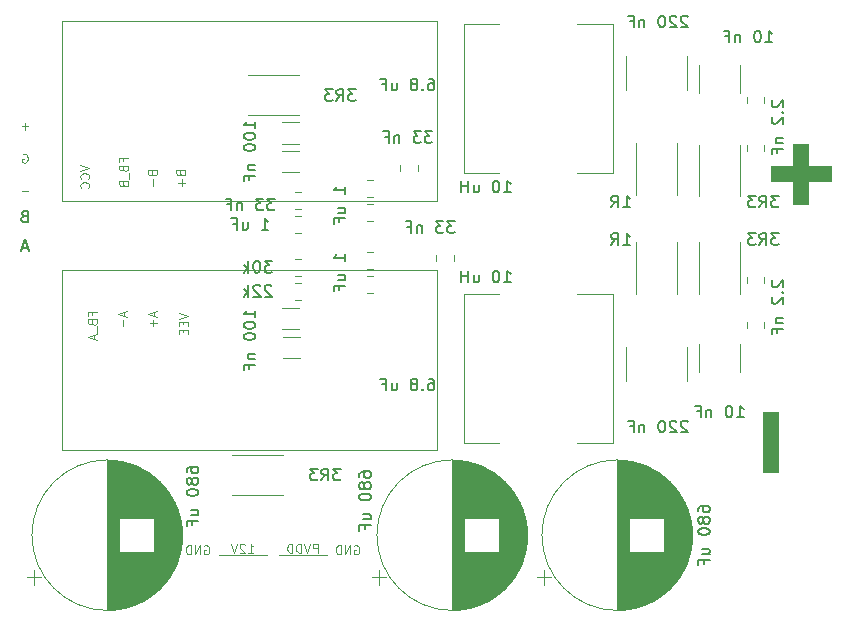
<source format=gbr>
%TF.GenerationSoftware,KiCad,Pcbnew,(5.1.9)-1*%
%TF.CreationDate,2021-11-30T23:52:58-06:00*%
%TF.ProjectId,Discrete_Channel,44697363-7265-4746-955f-4368616e6e65,rev?*%
%TF.SameCoordinates,Original*%
%TF.FileFunction,Legend,Bot*%
%TF.FilePolarity,Positive*%
%FSLAX46Y46*%
G04 Gerber Fmt 4.6, Leading zero omitted, Abs format (unit mm)*
G04 Created by KiCad (PCBNEW (5.1.9)-1) date 2021-11-30 23:52:58*
%MOMM*%
%LPD*%
G01*
G04 APERTURE LIST*
%ADD10C,0.100000*%
%ADD11C,0.120000*%
%ADD12C,0.150000*%
G04 APERTURE END LIST*
D10*
X133052285Y-109051285D02*
X133480857Y-109051285D01*
X133266571Y-109051285D02*
X133266571Y-108301285D01*
X133338000Y-108408428D01*
X133409428Y-108479857D01*
X133480857Y-108515571D01*
X132766571Y-108372714D02*
X132730857Y-108337000D01*
X132659428Y-108301285D01*
X132480857Y-108301285D01*
X132409428Y-108337000D01*
X132373714Y-108372714D01*
X132338000Y-108444142D01*
X132338000Y-108515571D01*
X132373714Y-108622714D01*
X132802285Y-109051285D01*
X132338000Y-109051285D01*
X132123714Y-108301285D02*
X131873714Y-109051285D01*
X131623714Y-108301285D01*
X138935857Y-109051285D02*
X138935857Y-108301285D01*
X138650142Y-108301285D01*
X138578714Y-108337000D01*
X138543000Y-108372714D01*
X138507285Y-108444142D01*
X138507285Y-108551285D01*
X138543000Y-108622714D01*
X138578714Y-108658428D01*
X138650142Y-108694142D01*
X138935857Y-108694142D01*
X138293000Y-108301285D02*
X138043000Y-109051285D01*
X137793000Y-108301285D01*
X137543000Y-109051285D02*
X137543000Y-108301285D01*
X137364428Y-108301285D01*
X137257285Y-108337000D01*
X137185857Y-108408428D01*
X137150142Y-108479857D01*
X137114428Y-108622714D01*
X137114428Y-108729857D01*
X137150142Y-108872714D01*
X137185857Y-108944142D01*
X137257285Y-109015571D01*
X137364428Y-109051285D01*
X137543000Y-109051285D01*
X136793000Y-109051285D02*
X136793000Y-108301285D01*
X136614428Y-108301285D01*
X136507285Y-108337000D01*
X136435857Y-108408428D01*
X136400142Y-108479857D01*
X136364428Y-108622714D01*
X136364428Y-108729857D01*
X136400142Y-108872714D01*
X136435857Y-108944142D01*
X136507285Y-109015571D01*
X136614428Y-109051285D01*
X136793000Y-109051285D01*
X129349428Y-108464000D02*
X129420857Y-108428285D01*
X129528000Y-108428285D01*
X129635142Y-108464000D01*
X129706571Y-108535428D01*
X129742285Y-108606857D01*
X129778000Y-108749714D01*
X129778000Y-108856857D01*
X129742285Y-108999714D01*
X129706571Y-109071142D01*
X129635142Y-109142571D01*
X129528000Y-109178285D01*
X129456571Y-109178285D01*
X129349428Y-109142571D01*
X129313714Y-109106857D01*
X129313714Y-108856857D01*
X129456571Y-108856857D01*
X128992285Y-109178285D02*
X128992285Y-108428285D01*
X128563714Y-109178285D01*
X128563714Y-108428285D01*
X128206571Y-109178285D02*
X128206571Y-108428285D01*
X128028000Y-108428285D01*
X127920857Y-108464000D01*
X127849428Y-108535428D01*
X127813714Y-108606857D01*
X127778000Y-108749714D01*
X127778000Y-108856857D01*
X127813714Y-108999714D01*
X127849428Y-109071142D01*
X127920857Y-109142571D01*
X128028000Y-109178285D01*
X128206571Y-109178285D01*
X142049428Y-108464000D02*
X142120857Y-108428285D01*
X142228000Y-108428285D01*
X142335142Y-108464000D01*
X142406571Y-108535428D01*
X142442285Y-108606857D01*
X142478000Y-108749714D01*
X142478000Y-108856857D01*
X142442285Y-108999714D01*
X142406571Y-109071142D01*
X142335142Y-109142571D01*
X142228000Y-109178285D01*
X142156571Y-109178285D01*
X142049428Y-109142571D01*
X142013714Y-109106857D01*
X142013714Y-108856857D01*
X142156571Y-108856857D01*
X141692285Y-109178285D02*
X141692285Y-108428285D01*
X141263714Y-109178285D01*
X141263714Y-108428285D01*
X140906571Y-109178285D02*
X140906571Y-108428285D01*
X140728000Y-108428285D01*
X140620857Y-108464000D01*
X140549428Y-108535428D01*
X140513714Y-108606857D01*
X140478000Y-108749714D01*
X140478000Y-108856857D01*
X140513714Y-108999714D01*
X140549428Y-109071142D01*
X140620857Y-109142571D01*
X140728000Y-109178285D01*
X140906571Y-109178285D01*
D11*
X135636000Y-109220000D02*
X139700000Y-109220000D01*
X130556000Y-109220000D02*
X134620000Y-109220000D01*
D10*
X127327428Y-76932285D02*
X127363142Y-77039428D01*
X127398857Y-77075142D01*
X127470285Y-77110857D01*
X127577428Y-77110857D01*
X127648857Y-77075142D01*
X127684571Y-77039428D01*
X127720285Y-76968000D01*
X127720285Y-76682285D01*
X126970285Y-76682285D01*
X126970285Y-76932285D01*
X127006000Y-77003714D01*
X127041714Y-77039428D01*
X127113142Y-77075142D01*
X127184571Y-77075142D01*
X127256000Y-77039428D01*
X127291714Y-77003714D01*
X127327428Y-76932285D01*
X127327428Y-76682285D01*
X127434571Y-77432285D02*
X127434571Y-78003714D01*
X127720285Y-77718000D02*
X127148857Y-77718000D01*
X124914428Y-76932285D02*
X124950142Y-77039428D01*
X124985857Y-77075142D01*
X125057285Y-77110857D01*
X125164428Y-77110857D01*
X125235857Y-77075142D01*
X125271571Y-77039428D01*
X125307285Y-76968000D01*
X125307285Y-76682285D01*
X124557285Y-76682285D01*
X124557285Y-76932285D01*
X124593000Y-77003714D01*
X124628714Y-77039428D01*
X124700142Y-77075142D01*
X124771571Y-77075142D01*
X124843000Y-77039428D01*
X124878714Y-77003714D01*
X124914428Y-76932285D01*
X124914428Y-76682285D01*
X125021571Y-77432285D02*
X125021571Y-78003714D01*
X125093000Y-88638142D02*
X125093000Y-88995285D01*
X125307285Y-88566714D02*
X124557285Y-88816714D01*
X125307285Y-89066714D01*
X125021571Y-89316714D02*
X125021571Y-89888142D01*
X125307285Y-89602428D02*
X124735857Y-89602428D01*
X122553000Y-88638142D02*
X122553000Y-88995285D01*
X122767285Y-88566714D02*
X122017285Y-88816714D01*
X122767285Y-89066714D01*
X122481571Y-89316714D02*
X122481571Y-89888142D01*
X119834428Y-88914000D02*
X119834428Y-88664000D01*
X120227285Y-88664000D02*
X119477285Y-88664000D01*
X119477285Y-89021142D01*
X119834428Y-89556857D02*
X119870142Y-89664000D01*
X119905857Y-89699714D01*
X119977285Y-89735428D01*
X120084428Y-89735428D01*
X120155857Y-89699714D01*
X120191571Y-89664000D01*
X120227285Y-89592571D01*
X120227285Y-89306857D01*
X119477285Y-89306857D01*
X119477285Y-89556857D01*
X119513000Y-89628285D01*
X119548714Y-89664000D01*
X119620142Y-89699714D01*
X119691571Y-89699714D01*
X119763000Y-89664000D01*
X119798714Y-89628285D01*
X119834428Y-89556857D01*
X119834428Y-89306857D01*
X120298714Y-89878285D02*
X120298714Y-90449714D01*
X120013000Y-90592571D02*
X120013000Y-90949714D01*
X120227285Y-90521142D02*
X119477285Y-90771142D01*
X120227285Y-91021142D01*
X122501428Y-75906428D02*
X122501428Y-75656428D01*
X122894285Y-75656428D02*
X122144285Y-75656428D01*
X122144285Y-76013571D01*
X122501428Y-76549285D02*
X122537142Y-76656428D01*
X122572857Y-76692142D01*
X122644285Y-76727857D01*
X122751428Y-76727857D01*
X122822857Y-76692142D01*
X122858571Y-76656428D01*
X122894285Y-76585000D01*
X122894285Y-76299285D01*
X122144285Y-76299285D01*
X122144285Y-76549285D01*
X122180000Y-76620714D01*
X122215714Y-76656428D01*
X122287142Y-76692142D01*
X122358571Y-76692142D01*
X122430000Y-76656428D01*
X122465714Y-76620714D01*
X122501428Y-76549285D01*
X122501428Y-76299285D01*
X122965714Y-76870714D02*
X122965714Y-77442142D01*
X122501428Y-77870714D02*
X122537142Y-77977857D01*
X122572857Y-78013571D01*
X122644285Y-78049285D01*
X122751428Y-78049285D01*
X122822857Y-78013571D01*
X122858571Y-77977857D01*
X122894285Y-77906428D01*
X122894285Y-77620714D01*
X122144285Y-77620714D01*
X122144285Y-77870714D01*
X122180000Y-77942142D01*
X122215714Y-77977857D01*
X122287142Y-78013571D01*
X122358571Y-78013571D01*
X122430000Y-77977857D01*
X122465714Y-77942142D01*
X122501428Y-77870714D01*
X122501428Y-77620714D01*
X118842285Y-76216000D02*
X119592285Y-76466000D01*
X118842285Y-76716000D01*
X119520857Y-77394571D02*
X119556571Y-77358857D01*
X119592285Y-77251714D01*
X119592285Y-77180285D01*
X119556571Y-77073142D01*
X119485142Y-77001714D01*
X119413714Y-76966000D01*
X119270857Y-76930285D01*
X119163714Y-76930285D01*
X119020857Y-76966000D01*
X118949428Y-77001714D01*
X118878000Y-77073142D01*
X118842285Y-77180285D01*
X118842285Y-77251714D01*
X118878000Y-77358857D01*
X118913714Y-77394571D01*
X119520857Y-78144571D02*
X119556571Y-78108857D01*
X119592285Y-78001714D01*
X119592285Y-77930285D01*
X119556571Y-77823142D01*
X119485142Y-77751714D01*
X119413714Y-77716000D01*
X119270857Y-77680285D01*
X119163714Y-77680285D01*
X119020857Y-77716000D01*
X118949428Y-77751714D01*
X118878000Y-77823142D01*
X118842285Y-77930285D01*
X118842285Y-78001714D01*
X118878000Y-78108857D01*
X118913714Y-78144571D01*
X127224285Y-88733428D02*
X127974285Y-88983428D01*
X127224285Y-89233428D01*
X127581428Y-89483428D02*
X127581428Y-89733428D01*
X127974285Y-89840571D02*
X127974285Y-89483428D01*
X127224285Y-89483428D01*
X127224285Y-89840571D01*
X127581428Y-90162000D02*
X127581428Y-90412000D01*
X127974285Y-90519142D02*
X127974285Y-90162000D01*
X127224285Y-90162000D01*
X127224285Y-90519142D01*
X113976571Y-75317000D02*
X114048000Y-75281285D01*
X114155142Y-75281285D01*
X114262285Y-75317000D01*
X114333714Y-75388428D01*
X114369428Y-75459857D01*
X114405142Y-75602714D01*
X114405142Y-75709857D01*
X114369428Y-75852714D01*
X114333714Y-75924142D01*
X114262285Y-75995571D01*
X114155142Y-76031285D01*
X114083714Y-76031285D01*
X113976571Y-75995571D01*
X113940857Y-75959857D01*
X113940857Y-75709857D01*
X114083714Y-75709857D01*
D12*
X114411095Y-83224666D02*
X113934904Y-83224666D01*
X114506333Y-83510380D02*
X114173000Y-82510380D01*
X113839666Y-83510380D01*
X114101571Y-80573571D02*
X113958714Y-80621190D01*
X113911095Y-80668809D01*
X113863476Y-80764047D01*
X113863476Y-80906904D01*
X113911095Y-81002142D01*
X113958714Y-81049761D01*
X114053952Y-81097380D01*
X114434904Y-81097380D01*
X114434904Y-80097380D01*
X114101571Y-80097380D01*
X114006333Y-80145000D01*
X113958714Y-80192619D01*
X113911095Y-80287857D01*
X113911095Y-80383095D01*
X113958714Y-80478333D01*
X114006333Y-80525952D01*
X114101571Y-80573571D01*
X114434904Y-80573571D01*
D10*
X114458714Y-78412571D02*
X113887285Y-78412571D01*
X114458714Y-72951571D02*
X113887285Y-72951571D01*
X114173000Y-73237285D02*
X114173000Y-72665857D01*
G36*
X182372000Y-77597000D02*
G01*
X177292000Y-77597000D01*
X177292000Y-76327000D01*
X182372000Y-76327000D01*
X182372000Y-77597000D01*
G37*
X182372000Y-77597000D02*
X177292000Y-77597000D01*
X177292000Y-76327000D01*
X182372000Y-76327000D01*
X182372000Y-77597000D01*
G36*
X180467000Y-79502000D02*
G01*
X179197000Y-79502000D01*
X179197000Y-74422000D01*
X180467000Y-74422000D01*
X180467000Y-79502000D01*
G37*
X180467000Y-79502000D02*
X179197000Y-79502000D01*
X179197000Y-74422000D01*
X180467000Y-74422000D01*
X180467000Y-79502000D01*
G36*
X177927000Y-102235000D02*
G01*
X176657000Y-102235000D01*
X176657000Y-97155000D01*
X177927000Y-97155000D01*
X177927000Y-102235000D01*
G37*
X177927000Y-102235000D02*
X176657000Y-102235000D01*
X176657000Y-97155000D01*
X177927000Y-97155000D01*
X177927000Y-102235000D01*
D11*
%TO.C,C21*%
X149059000Y-64008000D02*
X117319000Y-64008000D01*
X149059000Y-79248000D02*
X117319000Y-79248000D01*
X149059000Y-64008000D02*
X149059000Y-79248000D01*
X117319000Y-64008000D02*
X117319000Y-79248000D01*
%TO.C,C16*%
X137548252Y-80545000D02*
X137025748Y-80545000D01*
X137548252Y-82015000D02*
X137025748Y-82015000D01*
%TO.C,C20*%
X117319000Y-85090000D02*
X117319000Y-100330000D01*
X149059000Y-85090000D02*
X149059000Y-100330000D01*
X149059000Y-100330000D02*
X117319000Y-100330000D01*
X149059000Y-85090000D02*
X117319000Y-85090000D01*
%TO.C,C9*%
X137025748Y-78513000D02*
X137548252Y-78513000D01*
X137025748Y-79983000D02*
X137548252Y-79983000D01*
%TO.C,C1*%
X144135918Y-111769000D02*
X144135918Y-110519000D01*
X143510918Y-111144000D02*
X144760918Y-111144000D01*
X156689000Y-107886000D02*
X156689000Y-107252000D01*
X156649000Y-108326000D02*
X156649000Y-106812000D01*
X156609000Y-108597000D02*
X156609000Y-106541000D01*
X156569000Y-108810000D02*
X156569000Y-106328000D01*
X156529000Y-108991000D02*
X156529000Y-106147000D01*
X156489000Y-109152000D02*
X156489000Y-105986000D01*
X156449000Y-109297000D02*
X156449000Y-105841000D01*
X156409000Y-109430000D02*
X156409000Y-105708000D01*
X156369000Y-109553000D02*
X156369000Y-105585000D01*
X156329000Y-109669000D02*
X156329000Y-105469000D01*
X156289000Y-109778000D02*
X156289000Y-105360000D01*
X156249000Y-109881000D02*
X156249000Y-105257000D01*
X156209000Y-109979000D02*
X156209000Y-105159000D01*
X156169000Y-110073000D02*
X156169000Y-105065000D01*
X156129000Y-110163000D02*
X156129000Y-104975000D01*
X156089000Y-110250000D02*
X156089000Y-104888000D01*
X156049000Y-110333000D02*
X156049000Y-104805000D01*
X156009000Y-110413000D02*
X156009000Y-104725000D01*
X155969000Y-110490000D02*
X155969000Y-104648000D01*
X155929000Y-110565000D02*
X155929000Y-104573000D01*
X155889000Y-110638000D02*
X155889000Y-104500000D01*
X155849000Y-110709000D02*
X155849000Y-104429000D01*
X155809000Y-110777000D02*
X155809000Y-104361000D01*
X155769000Y-110844000D02*
X155769000Y-104294000D01*
X155729000Y-110908000D02*
X155729000Y-104230000D01*
X155689000Y-110971000D02*
X155689000Y-104167000D01*
X155649000Y-111033000D02*
X155649000Y-104105000D01*
X155609000Y-111093000D02*
X155609000Y-104045000D01*
X155569000Y-111152000D02*
X155569000Y-103986000D01*
X155529000Y-111209000D02*
X155529000Y-103929000D01*
X155489000Y-111265000D02*
X155489000Y-103873000D01*
X155449000Y-111319000D02*
X155449000Y-103819000D01*
X155409000Y-111373000D02*
X155409000Y-103765000D01*
X155369000Y-111425000D02*
X155369000Y-103713000D01*
X155329000Y-111476000D02*
X155329000Y-103662000D01*
X155289000Y-111526000D02*
X155289000Y-103612000D01*
X155249000Y-111576000D02*
X155249000Y-103562000D01*
X155209000Y-111624000D02*
X155209000Y-103514000D01*
X155169000Y-111671000D02*
X155169000Y-103467000D01*
X155129000Y-111717000D02*
X155129000Y-103421000D01*
X155089000Y-111763000D02*
X155089000Y-103375000D01*
X155049000Y-111807000D02*
X155049000Y-103331000D01*
X155009000Y-111851000D02*
X155009000Y-103287000D01*
X154969000Y-111894000D02*
X154969000Y-103244000D01*
X154929000Y-111936000D02*
X154929000Y-103202000D01*
X154889000Y-111977000D02*
X154889000Y-103161000D01*
X154849000Y-112018000D02*
X154849000Y-103120000D01*
X154809000Y-112058000D02*
X154809000Y-103080000D01*
X154769000Y-112097000D02*
X154769000Y-103041000D01*
X154729000Y-112136000D02*
X154729000Y-103002000D01*
X154689000Y-112174000D02*
X154689000Y-102964000D01*
X154649000Y-112211000D02*
X154649000Y-102927000D01*
X154609000Y-112247000D02*
X154609000Y-102891000D01*
X154569000Y-112283000D02*
X154569000Y-102855000D01*
X154529000Y-112319000D02*
X154529000Y-102819000D01*
X154489000Y-112354000D02*
X154489000Y-102784000D01*
X154449000Y-112388000D02*
X154449000Y-102750000D01*
X154409000Y-112421000D02*
X154409000Y-102717000D01*
X154369000Y-112454000D02*
X154369000Y-102684000D01*
X154329000Y-112487000D02*
X154329000Y-102651000D01*
X154289000Y-112519000D02*
X154289000Y-102619000D01*
X154249000Y-106129000D02*
X154249000Y-102587000D01*
X154249000Y-112551000D02*
X154249000Y-109009000D01*
X154209000Y-106129000D02*
X154209000Y-102557000D01*
X154209000Y-112581000D02*
X154209000Y-109009000D01*
X154169000Y-106129000D02*
X154169000Y-102526000D01*
X154169000Y-112612000D02*
X154169000Y-109009000D01*
X154129000Y-106129000D02*
X154129000Y-102496000D01*
X154129000Y-112642000D02*
X154129000Y-109009000D01*
X154089000Y-106129000D02*
X154089000Y-102467000D01*
X154089000Y-112671000D02*
X154089000Y-109009000D01*
X154049000Y-106129000D02*
X154049000Y-102438000D01*
X154049000Y-112700000D02*
X154049000Y-109009000D01*
X154009000Y-106129000D02*
X154009000Y-102409000D01*
X154009000Y-112729000D02*
X154009000Y-109009000D01*
X153969000Y-106129000D02*
X153969000Y-102381000D01*
X153969000Y-112757000D02*
X153969000Y-109009000D01*
X153929000Y-106129000D02*
X153929000Y-102353000D01*
X153929000Y-112785000D02*
X153929000Y-109009000D01*
X153889000Y-106129000D02*
X153889000Y-102326000D01*
X153889000Y-112812000D02*
X153889000Y-109009000D01*
X153849000Y-106129000D02*
X153849000Y-102299000D01*
X153849000Y-112839000D02*
X153849000Y-109009000D01*
X153809000Y-106129000D02*
X153809000Y-102273000D01*
X153809000Y-112865000D02*
X153809000Y-109009000D01*
X153769000Y-106129000D02*
X153769000Y-102247000D01*
X153769000Y-112891000D02*
X153769000Y-109009000D01*
X153729000Y-106129000D02*
X153729000Y-102222000D01*
X153729000Y-112916000D02*
X153729000Y-109009000D01*
X153689000Y-106129000D02*
X153689000Y-102197000D01*
X153689000Y-112941000D02*
X153689000Y-109009000D01*
X153649000Y-106129000D02*
X153649000Y-102172000D01*
X153649000Y-112966000D02*
X153649000Y-109009000D01*
X153609000Y-106129000D02*
X153609000Y-102148000D01*
X153609000Y-112990000D02*
X153609000Y-109009000D01*
X153569000Y-106129000D02*
X153569000Y-102124000D01*
X153569000Y-113014000D02*
X153569000Y-109009000D01*
X153529000Y-106129000D02*
X153529000Y-102101000D01*
X153529000Y-113037000D02*
X153529000Y-109009000D01*
X153489000Y-106129000D02*
X153489000Y-102078000D01*
X153489000Y-113060000D02*
X153489000Y-109009000D01*
X153449000Y-106129000D02*
X153449000Y-102055000D01*
X153449000Y-113083000D02*
X153449000Y-109009000D01*
X153409000Y-106129000D02*
X153409000Y-102033000D01*
X153409000Y-113105000D02*
X153409000Y-109009000D01*
X153369000Y-106129000D02*
X153369000Y-102011000D01*
X153369000Y-113127000D02*
X153369000Y-109009000D01*
X153329000Y-106129000D02*
X153329000Y-101989000D01*
X153329000Y-113149000D02*
X153329000Y-109009000D01*
X153289000Y-106129000D02*
X153289000Y-101968000D01*
X153289000Y-113170000D02*
X153289000Y-109009000D01*
X153249000Y-106129000D02*
X153249000Y-101947000D01*
X153249000Y-113191000D02*
X153249000Y-109009000D01*
X153209000Y-106129000D02*
X153209000Y-101927000D01*
X153209000Y-113211000D02*
X153209000Y-109009000D01*
X153169000Y-106129000D02*
X153169000Y-101907000D01*
X153169000Y-113231000D02*
X153169000Y-109009000D01*
X153129000Y-106129000D02*
X153129000Y-101887000D01*
X153129000Y-113251000D02*
X153129000Y-109009000D01*
X153089000Y-106129000D02*
X153089000Y-101867000D01*
X153089000Y-113271000D02*
X153089000Y-109009000D01*
X153049000Y-106129000D02*
X153049000Y-101848000D01*
X153049000Y-113290000D02*
X153049000Y-109009000D01*
X153009000Y-106129000D02*
X153009000Y-101830000D01*
X153009000Y-113308000D02*
X153009000Y-109009000D01*
X152969000Y-106129000D02*
X152969000Y-101811000D01*
X152969000Y-113327000D02*
X152969000Y-109009000D01*
X152929000Y-106129000D02*
X152929000Y-101793000D01*
X152929000Y-113345000D02*
X152929000Y-109009000D01*
X152889000Y-106129000D02*
X152889000Y-101776000D01*
X152889000Y-113362000D02*
X152889000Y-109009000D01*
X152849000Y-106129000D02*
X152849000Y-101758000D01*
X152849000Y-113380000D02*
X152849000Y-109009000D01*
X152809000Y-106129000D02*
X152809000Y-101741000D01*
X152809000Y-113397000D02*
X152809000Y-109009000D01*
X152769000Y-106129000D02*
X152769000Y-101724000D01*
X152769000Y-113414000D02*
X152769000Y-109009000D01*
X152729000Y-106129000D02*
X152729000Y-101708000D01*
X152729000Y-113430000D02*
X152729000Y-109009000D01*
X152689000Y-106129000D02*
X152689000Y-101692000D01*
X152689000Y-113446000D02*
X152689000Y-109009000D01*
X152649000Y-106129000D02*
X152649000Y-101676000D01*
X152649000Y-113462000D02*
X152649000Y-109009000D01*
X152609000Y-106129000D02*
X152609000Y-101661000D01*
X152609000Y-113477000D02*
X152609000Y-109009000D01*
X152569000Y-106129000D02*
X152569000Y-101645000D01*
X152569000Y-113493000D02*
X152569000Y-109009000D01*
X152529000Y-106129000D02*
X152529000Y-101630000D01*
X152529000Y-113508000D02*
X152529000Y-109009000D01*
X152489000Y-106129000D02*
X152489000Y-101616000D01*
X152489000Y-113522000D02*
X152489000Y-109009000D01*
X152449000Y-106129000D02*
X152449000Y-101602000D01*
X152449000Y-113536000D02*
X152449000Y-109009000D01*
X152409000Y-106129000D02*
X152409000Y-101588000D01*
X152409000Y-113550000D02*
X152409000Y-109009000D01*
X152369000Y-106129000D02*
X152369000Y-101574000D01*
X152369000Y-113564000D02*
X152369000Y-109009000D01*
X152329000Y-106129000D02*
X152329000Y-101561000D01*
X152329000Y-113577000D02*
X152329000Y-109009000D01*
X152289000Y-106129000D02*
X152289000Y-101548000D01*
X152289000Y-113590000D02*
X152289000Y-109009000D01*
X152249000Y-106129000D02*
X152249000Y-101535000D01*
X152249000Y-113603000D02*
X152249000Y-109009000D01*
X152209000Y-106129000D02*
X152209000Y-101522000D01*
X152209000Y-113616000D02*
X152209000Y-109009000D01*
X152169000Y-106129000D02*
X152169000Y-101510000D01*
X152169000Y-113628000D02*
X152169000Y-109009000D01*
X152129000Y-106129000D02*
X152129000Y-101498000D01*
X152129000Y-113640000D02*
X152129000Y-109009000D01*
X152089000Y-106129000D02*
X152089000Y-101486000D01*
X152089000Y-113652000D02*
X152089000Y-109009000D01*
X152049000Y-106129000D02*
X152049000Y-101475000D01*
X152049000Y-113663000D02*
X152049000Y-109009000D01*
X152009000Y-106129000D02*
X152009000Y-101464000D01*
X152009000Y-113674000D02*
X152009000Y-109009000D01*
X151969000Y-106129000D02*
X151969000Y-101453000D01*
X151969000Y-113685000D02*
X151969000Y-109009000D01*
X151929000Y-106129000D02*
X151929000Y-101443000D01*
X151929000Y-113695000D02*
X151929000Y-109009000D01*
X151889000Y-106129000D02*
X151889000Y-101432000D01*
X151889000Y-113706000D02*
X151889000Y-109009000D01*
X151849000Y-106129000D02*
X151849000Y-101423000D01*
X151849000Y-113715000D02*
X151849000Y-109009000D01*
X151809000Y-106129000D02*
X151809000Y-101413000D01*
X151809000Y-113725000D02*
X151809000Y-109009000D01*
X151769000Y-106129000D02*
X151769000Y-101403000D01*
X151769000Y-113735000D02*
X151769000Y-109009000D01*
X151729000Y-106129000D02*
X151729000Y-101394000D01*
X151729000Y-113744000D02*
X151729000Y-109009000D01*
X151689000Y-106129000D02*
X151689000Y-101385000D01*
X151689000Y-113753000D02*
X151689000Y-109009000D01*
X151649000Y-106129000D02*
X151649000Y-101377000D01*
X151649000Y-113761000D02*
X151649000Y-109009000D01*
X151609000Y-106129000D02*
X151609000Y-101368000D01*
X151609000Y-113770000D02*
X151609000Y-109009000D01*
X151569000Y-106129000D02*
X151569000Y-101360000D01*
X151569000Y-113778000D02*
X151569000Y-109009000D01*
X151529000Y-106129000D02*
X151529000Y-101353000D01*
X151529000Y-113785000D02*
X151529000Y-109009000D01*
X151489000Y-106129000D02*
X151489000Y-101345000D01*
X151489000Y-113793000D02*
X151489000Y-109009000D01*
X151449000Y-106129000D02*
X151449000Y-101338000D01*
X151449000Y-113800000D02*
X151449000Y-109009000D01*
X151409000Y-106129000D02*
X151409000Y-101331000D01*
X151409000Y-113807000D02*
X151409000Y-109009000D01*
X151369000Y-113814000D02*
X151369000Y-101324000D01*
X151329000Y-113821000D02*
X151329000Y-101317000D01*
X151289000Y-113827000D02*
X151289000Y-101311000D01*
X151249000Y-113833000D02*
X151249000Y-101305000D01*
X151209000Y-113838000D02*
X151209000Y-101300000D01*
X151169000Y-113844000D02*
X151169000Y-101294000D01*
X151129000Y-113849000D02*
X151129000Y-101289000D01*
X151089000Y-113854000D02*
X151089000Y-101284000D01*
X151049000Y-113859000D02*
X151049000Y-101279000D01*
X151008000Y-113863000D02*
X151008000Y-101275000D01*
X150968000Y-113867000D02*
X150968000Y-101271000D01*
X150928000Y-113871000D02*
X150928000Y-101267000D01*
X150888000Y-113875000D02*
X150888000Y-101263000D01*
X150848000Y-113878000D02*
X150848000Y-101260000D01*
X150808000Y-113881000D02*
X150808000Y-101257000D01*
X150768000Y-113884000D02*
X150768000Y-101254000D01*
X150728000Y-113887000D02*
X150728000Y-101251000D01*
X150688000Y-113889000D02*
X150688000Y-101249000D01*
X150648000Y-113891000D02*
X150648000Y-101247000D01*
X150608000Y-113893000D02*
X150608000Y-101245000D01*
X150568000Y-113895000D02*
X150568000Y-101243000D01*
X150528000Y-113896000D02*
X150528000Y-101242000D01*
X150488000Y-113897000D02*
X150488000Y-101241000D01*
X150448000Y-113898000D02*
X150448000Y-101240000D01*
X150408000Y-113899000D02*
X150408000Y-101239000D01*
X150368000Y-113899000D02*
X150368000Y-101239000D01*
X150328000Y-113899000D02*
X150328000Y-101239000D01*
X156698000Y-107569000D02*
G75*
G03*
X156698000Y-107569000I-6370000J0D01*
G01*
%TO.C,C2*%
X170668000Y-107569000D02*
G75*
G03*
X170668000Y-107569000I-6370000J0D01*
G01*
X164298000Y-113899000D02*
X164298000Y-101239000D01*
X164338000Y-113899000D02*
X164338000Y-101239000D01*
X164378000Y-113899000D02*
X164378000Y-101239000D01*
X164418000Y-113898000D02*
X164418000Y-101240000D01*
X164458000Y-113897000D02*
X164458000Y-101241000D01*
X164498000Y-113896000D02*
X164498000Y-101242000D01*
X164538000Y-113895000D02*
X164538000Y-101243000D01*
X164578000Y-113893000D02*
X164578000Y-101245000D01*
X164618000Y-113891000D02*
X164618000Y-101247000D01*
X164658000Y-113889000D02*
X164658000Y-101249000D01*
X164698000Y-113887000D02*
X164698000Y-101251000D01*
X164738000Y-113884000D02*
X164738000Y-101254000D01*
X164778000Y-113881000D02*
X164778000Y-101257000D01*
X164818000Y-113878000D02*
X164818000Y-101260000D01*
X164858000Y-113875000D02*
X164858000Y-101263000D01*
X164898000Y-113871000D02*
X164898000Y-101267000D01*
X164938000Y-113867000D02*
X164938000Y-101271000D01*
X164978000Y-113863000D02*
X164978000Y-101275000D01*
X165019000Y-113859000D02*
X165019000Y-101279000D01*
X165059000Y-113854000D02*
X165059000Y-101284000D01*
X165099000Y-113849000D02*
X165099000Y-101289000D01*
X165139000Y-113844000D02*
X165139000Y-101294000D01*
X165179000Y-113838000D02*
X165179000Y-101300000D01*
X165219000Y-113833000D02*
X165219000Y-101305000D01*
X165259000Y-113827000D02*
X165259000Y-101311000D01*
X165299000Y-113821000D02*
X165299000Y-101317000D01*
X165339000Y-113814000D02*
X165339000Y-101324000D01*
X165379000Y-113807000D02*
X165379000Y-109009000D01*
X165379000Y-106129000D02*
X165379000Y-101331000D01*
X165419000Y-113800000D02*
X165419000Y-109009000D01*
X165419000Y-106129000D02*
X165419000Y-101338000D01*
X165459000Y-113793000D02*
X165459000Y-109009000D01*
X165459000Y-106129000D02*
X165459000Y-101345000D01*
X165499000Y-113785000D02*
X165499000Y-109009000D01*
X165499000Y-106129000D02*
X165499000Y-101353000D01*
X165539000Y-113778000D02*
X165539000Y-109009000D01*
X165539000Y-106129000D02*
X165539000Y-101360000D01*
X165579000Y-113770000D02*
X165579000Y-109009000D01*
X165579000Y-106129000D02*
X165579000Y-101368000D01*
X165619000Y-113761000D02*
X165619000Y-109009000D01*
X165619000Y-106129000D02*
X165619000Y-101377000D01*
X165659000Y-113753000D02*
X165659000Y-109009000D01*
X165659000Y-106129000D02*
X165659000Y-101385000D01*
X165699000Y-113744000D02*
X165699000Y-109009000D01*
X165699000Y-106129000D02*
X165699000Y-101394000D01*
X165739000Y-113735000D02*
X165739000Y-109009000D01*
X165739000Y-106129000D02*
X165739000Y-101403000D01*
X165779000Y-113725000D02*
X165779000Y-109009000D01*
X165779000Y-106129000D02*
X165779000Y-101413000D01*
X165819000Y-113715000D02*
X165819000Y-109009000D01*
X165819000Y-106129000D02*
X165819000Y-101423000D01*
X165859000Y-113706000D02*
X165859000Y-109009000D01*
X165859000Y-106129000D02*
X165859000Y-101432000D01*
X165899000Y-113695000D02*
X165899000Y-109009000D01*
X165899000Y-106129000D02*
X165899000Y-101443000D01*
X165939000Y-113685000D02*
X165939000Y-109009000D01*
X165939000Y-106129000D02*
X165939000Y-101453000D01*
X165979000Y-113674000D02*
X165979000Y-109009000D01*
X165979000Y-106129000D02*
X165979000Y-101464000D01*
X166019000Y-113663000D02*
X166019000Y-109009000D01*
X166019000Y-106129000D02*
X166019000Y-101475000D01*
X166059000Y-113652000D02*
X166059000Y-109009000D01*
X166059000Y-106129000D02*
X166059000Y-101486000D01*
X166099000Y-113640000D02*
X166099000Y-109009000D01*
X166099000Y-106129000D02*
X166099000Y-101498000D01*
X166139000Y-113628000D02*
X166139000Y-109009000D01*
X166139000Y-106129000D02*
X166139000Y-101510000D01*
X166179000Y-113616000D02*
X166179000Y-109009000D01*
X166179000Y-106129000D02*
X166179000Y-101522000D01*
X166219000Y-113603000D02*
X166219000Y-109009000D01*
X166219000Y-106129000D02*
X166219000Y-101535000D01*
X166259000Y-113590000D02*
X166259000Y-109009000D01*
X166259000Y-106129000D02*
X166259000Y-101548000D01*
X166299000Y-113577000D02*
X166299000Y-109009000D01*
X166299000Y-106129000D02*
X166299000Y-101561000D01*
X166339000Y-113564000D02*
X166339000Y-109009000D01*
X166339000Y-106129000D02*
X166339000Y-101574000D01*
X166379000Y-113550000D02*
X166379000Y-109009000D01*
X166379000Y-106129000D02*
X166379000Y-101588000D01*
X166419000Y-113536000D02*
X166419000Y-109009000D01*
X166419000Y-106129000D02*
X166419000Y-101602000D01*
X166459000Y-113522000D02*
X166459000Y-109009000D01*
X166459000Y-106129000D02*
X166459000Y-101616000D01*
X166499000Y-113508000D02*
X166499000Y-109009000D01*
X166499000Y-106129000D02*
X166499000Y-101630000D01*
X166539000Y-113493000D02*
X166539000Y-109009000D01*
X166539000Y-106129000D02*
X166539000Y-101645000D01*
X166579000Y-113477000D02*
X166579000Y-109009000D01*
X166579000Y-106129000D02*
X166579000Y-101661000D01*
X166619000Y-113462000D02*
X166619000Y-109009000D01*
X166619000Y-106129000D02*
X166619000Y-101676000D01*
X166659000Y-113446000D02*
X166659000Y-109009000D01*
X166659000Y-106129000D02*
X166659000Y-101692000D01*
X166699000Y-113430000D02*
X166699000Y-109009000D01*
X166699000Y-106129000D02*
X166699000Y-101708000D01*
X166739000Y-113414000D02*
X166739000Y-109009000D01*
X166739000Y-106129000D02*
X166739000Y-101724000D01*
X166779000Y-113397000D02*
X166779000Y-109009000D01*
X166779000Y-106129000D02*
X166779000Y-101741000D01*
X166819000Y-113380000D02*
X166819000Y-109009000D01*
X166819000Y-106129000D02*
X166819000Y-101758000D01*
X166859000Y-113362000D02*
X166859000Y-109009000D01*
X166859000Y-106129000D02*
X166859000Y-101776000D01*
X166899000Y-113345000D02*
X166899000Y-109009000D01*
X166899000Y-106129000D02*
X166899000Y-101793000D01*
X166939000Y-113327000D02*
X166939000Y-109009000D01*
X166939000Y-106129000D02*
X166939000Y-101811000D01*
X166979000Y-113308000D02*
X166979000Y-109009000D01*
X166979000Y-106129000D02*
X166979000Y-101830000D01*
X167019000Y-113290000D02*
X167019000Y-109009000D01*
X167019000Y-106129000D02*
X167019000Y-101848000D01*
X167059000Y-113271000D02*
X167059000Y-109009000D01*
X167059000Y-106129000D02*
X167059000Y-101867000D01*
X167099000Y-113251000D02*
X167099000Y-109009000D01*
X167099000Y-106129000D02*
X167099000Y-101887000D01*
X167139000Y-113231000D02*
X167139000Y-109009000D01*
X167139000Y-106129000D02*
X167139000Y-101907000D01*
X167179000Y-113211000D02*
X167179000Y-109009000D01*
X167179000Y-106129000D02*
X167179000Y-101927000D01*
X167219000Y-113191000D02*
X167219000Y-109009000D01*
X167219000Y-106129000D02*
X167219000Y-101947000D01*
X167259000Y-113170000D02*
X167259000Y-109009000D01*
X167259000Y-106129000D02*
X167259000Y-101968000D01*
X167299000Y-113149000D02*
X167299000Y-109009000D01*
X167299000Y-106129000D02*
X167299000Y-101989000D01*
X167339000Y-113127000D02*
X167339000Y-109009000D01*
X167339000Y-106129000D02*
X167339000Y-102011000D01*
X167379000Y-113105000D02*
X167379000Y-109009000D01*
X167379000Y-106129000D02*
X167379000Y-102033000D01*
X167419000Y-113083000D02*
X167419000Y-109009000D01*
X167419000Y-106129000D02*
X167419000Y-102055000D01*
X167459000Y-113060000D02*
X167459000Y-109009000D01*
X167459000Y-106129000D02*
X167459000Y-102078000D01*
X167499000Y-113037000D02*
X167499000Y-109009000D01*
X167499000Y-106129000D02*
X167499000Y-102101000D01*
X167539000Y-113014000D02*
X167539000Y-109009000D01*
X167539000Y-106129000D02*
X167539000Y-102124000D01*
X167579000Y-112990000D02*
X167579000Y-109009000D01*
X167579000Y-106129000D02*
X167579000Y-102148000D01*
X167619000Y-112966000D02*
X167619000Y-109009000D01*
X167619000Y-106129000D02*
X167619000Y-102172000D01*
X167659000Y-112941000D02*
X167659000Y-109009000D01*
X167659000Y-106129000D02*
X167659000Y-102197000D01*
X167699000Y-112916000D02*
X167699000Y-109009000D01*
X167699000Y-106129000D02*
X167699000Y-102222000D01*
X167739000Y-112891000D02*
X167739000Y-109009000D01*
X167739000Y-106129000D02*
X167739000Y-102247000D01*
X167779000Y-112865000D02*
X167779000Y-109009000D01*
X167779000Y-106129000D02*
X167779000Y-102273000D01*
X167819000Y-112839000D02*
X167819000Y-109009000D01*
X167819000Y-106129000D02*
X167819000Y-102299000D01*
X167859000Y-112812000D02*
X167859000Y-109009000D01*
X167859000Y-106129000D02*
X167859000Y-102326000D01*
X167899000Y-112785000D02*
X167899000Y-109009000D01*
X167899000Y-106129000D02*
X167899000Y-102353000D01*
X167939000Y-112757000D02*
X167939000Y-109009000D01*
X167939000Y-106129000D02*
X167939000Y-102381000D01*
X167979000Y-112729000D02*
X167979000Y-109009000D01*
X167979000Y-106129000D02*
X167979000Y-102409000D01*
X168019000Y-112700000D02*
X168019000Y-109009000D01*
X168019000Y-106129000D02*
X168019000Y-102438000D01*
X168059000Y-112671000D02*
X168059000Y-109009000D01*
X168059000Y-106129000D02*
X168059000Y-102467000D01*
X168099000Y-112642000D02*
X168099000Y-109009000D01*
X168099000Y-106129000D02*
X168099000Y-102496000D01*
X168139000Y-112612000D02*
X168139000Y-109009000D01*
X168139000Y-106129000D02*
X168139000Y-102526000D01*
X168179000Y-112581000D02*
X168179000Y-109009000D01*
X168179000Y-106129000D02*
X168179000Y-102557000D01*
X168219000Y-112551000D02*
X168219000Y-109009000D01*
X168219000Y-106129000D02*
X168219000Y-102587000D01*
X168259000Y-112519000D02*
X168259000Y-102619000D01*
X168299000Y-112487000D02*
X168299000Y-102651000D01*
X168339000Y-112454000D02*
X168339000Y-102684000D01*
X168379000Y-112421000D02*
X168379000Y-102717000D01*
X168419000Y-112388000D02*
X168419000Y-102750000D01*
X168459000Y-112354000D02*
X168459000Y-102784000D01*
X168499000Y-112319000D02*
X168499000Y-102819000D01*
X168539000Y-112283000D02*
X168539000Y-102855000D01*
X168579000Y-112247000D02*
X168579000Y-102891000D01*
X168619000Y-112211000D02*
X168619000Y-102927000D01*
X168659000Y-112174000D02*
X168659000Y-102964000D01*
X168699000Y-112136000D02*
X168699000Y-103002000D01*
X168739000Y-112097000D02*
X168739000Y-103041000D01*
X168779000Y-112058000D02*
X168779000Y-103080000D01*
X168819000Y-112018000D02*
X168819000Y-103120000D01*
X168859000Y-111977000D02*
X168859000Y-103161000D01*
X168899000Y-111936000D02*
X168899000Y-103202000D01*
X168939000Y-111894000D02*
X168939000Y-103244000D01*
X168979000Y-111851000D02*
X168979000Y-103287000D01*
X169019000Y-111807000D02*
X169019000Y-103331000D01*
X169059000Y-111763000D02*
X169059000Y-103375000D01*
X169099000Y-111717000D02*
X169099000Y-103421000D01*
X169139000Y-111671000D02*
X169139000Y-103467000D01*
X169179000Y-111624000D02*
X169179000Y-103514000D01*
X169219000Y-111576000D02*
X169219000Y-103562000D01*
X169259000Y-111526000D02*
X169259000Y-103612000D01*
X169299000Y-111476000D02*
X169299000Y-103662000D01*
X169339000Y-111425000D02*
X169339000Y-103713000D01*
X169379000Y-111373000D02*
X169379000Y-103765000D01*
X169419000Y-111319000D02*
X169419000Y-103819000D01*
X169459000Y-111265000D02*
X169459000Y-103873000D01*
X169499000Y-111209000D02*
X169499000Y-103929000D01*
X169539000Y-111152000D02*
X169539000Y-103986000D01*
X169579000Y-111093000D02*
X169579000Y-104045000D01*
X169619000Y-111033000D02*
X169619000Y-104105000D01*
X169659000Y-110971000D02*
X169659000Y-104167000D01*
X169699000Y-110908000D02*
X169699000Y-104230000D01*
X169739000Y-110844000D02*
X169739000Y-104294000D01*
X169779000Y-110777000D02*
X169779000Y-104361000D01*
X169819000Y-110709000D02*
X169819000Y-104429000D01*
X169859000Y-110638000D02*
X169859000Y-104500000D01*
X169899000Y-110565000D02*
X169899000Y-104573000D01*
X169939000Y-110490000D02*
X169939000Y-104648000D01*
X169979000Y-110413000D02*
X169979000Y-104725000D01*
X170019000Y-110333000D02*
X170019000Y-104805000D01*
X170059000Y-110250000D02*
X170059000Y-104888000D01*
X170099000Y-110163000D02*
X170099000Y-104975000D01*
X170139000Y-110073000D02*
X170139000Y-105065000D01*
X170179000Y-109979000D02*
X170179000Y-105159000D01*
X170219000Y-109881000D02*
X170219000Y-105257000D01*
X170259000Y-109778000D02*
X170259000Y-105360000D01*
X170299000Y-109669000D02*
X170299000Y-105469000D01*
X170339000Y-109553000D02*
X170339000Y-105585000D01*
X170379000Y-109430000D02*
X170379000Y-105708000D01*
X170419000Y-109297000D02*
X170419000Y-105841000D01*
X170459000Y-109152000D02*
X170459000Y-105986000D01*
X170499000Y-108991000D02*
X170499000Y-106147000D01*
X170539000Y-108810000D02*
X170539000Y-106328000D01*
X170579000Y-108597000D02*
X170579000Y-106541000D01*
X170619000Y-108326000D02*
X170619000Y-106812000D01*
X170659000Y-107886000D02*
X170659000Y-107252000D01*
X157480918Y-111144000D02*
X158730918Y-111144000D01*
X158105918Y-111769000D02*
X158105918Y-110519000D01*
%TO.C,C3*%
X143622752Y-85625000D02*
X143100248Y-85625000D01*
X143622752Y-87095000D02*
X143100248Y-87095000D01*
%TO.C,C4*%
X143644252Y-80999000D02*
X143121748Y-80999000D01*
X143644252Y-79529000D02*
X143121748Y-79529000D01*
%TO.C,C5*%
X143665752Y-77497000D02*
X143143248Y-77497000D01*
X143665752Y-78967000D02*
X143143248Y-78967000D01*
%TO.C,C6*%
X137451752Y-90784000D02*
X136029248Y-90784000D01*
X137451752Y-92604000D02*
X136029248Y-92604000D01*
%TO.C,C7*%
X143622752Y-85063000D02*
X143100248Y-85063000D01*
X143622752Y-83593000D02*
X143100248Y-83593000D01*
%TO.C,C8*%
X137363252Y-74443000D02*
X135940748Y-74443000D01*
X137363252Y-72623000D02*
X135940748Y-72623000D01*
%TO.C,C14*%
X137363252Y-90127500D02*
X135940748Y-90127500D01*
X137363252Y-88307500D02*
X135940748Y-88307500D01*
%TO.C,C15*%
X137363252Y-75036000D02*
X135940748Y-75036000D01*
X137363252Y-76856000D02*
X135940748Y-76856000D01*
%TO.C,C17*%
X114925918Y-111769000D02*
X114925918Y-110519000D01*
X114300918Y-111144000D02*
X115550918Y-111144000D01*
X127479000Y-107886000D02*
X127479000Y-107252000D01*
X127439000Y-108326000D02*
X127439000Y-106812000D01*
X127399000Y-108597000D02*
X127399000Y-106541000D01*
X127359000Y-108810000D02*
X127359000Y-106328000D01*
X127319000Y-108991000D02*
X127319000Y-106147000D01*
X127279000Y-109152000D02*
X127279000Y-105986000D01*
X127239000Y-109297000D02*
X127239000Y-105841000D01*
X127199000Y-109430000D02*
X127199000Y-105708000D01*
X127159000Y-109553000D02*
X127159000Y-105585000D01*
X127119000Y-109669000D02*
X127119000Y-105469000D01*
X127079000Y-109778000D02*
X127079000Y-105360000D01*
X127039000Y-109881000D02*
X127039000Y-105257000D01*
X126999000Y-109979000D02*
X126999000Y-105159000D01*
X126959000Y-110073000D02*
X126959000Y-105065000D01*
X126919000Y-110163000D02*
X126919000Y-104975000D01*
X126879000Y-110250000D02*
X126879000Y-104888000D01*
X126839000Y-110333000D02*
X126839000Y-104805000D01*
X126799000Y-110413000D02*
X126799000Y-104725000D01*
X126759000Y-110490000D02*
X126759000Y-104648000D01*
X126719000Y-110565000D02*
X126719000Y-104573000D01*
X126679000Y-110638000D02*
X126679000Y-104500000D01*
X126639000Y-110709000D02*
X126639000Y-104429000D01*
X126599000Y-110777000D02*
X126599000Y-104361000D01*
X126559000Y-110844000D02*
X126559000Y-104294000D01*
X126519000Y-110908000D02*
X126519000Y-104230000D01*
X126479000Y-110971000D02*
X126479000Y-104167000D01*
X126439000Y-111033000D02*
X126439000Y-104105000D01*
X126399000Y-111093000D02*
X126399000Y-104045000D01*
X126359000Y-111152000D02*
X126359000Y-103986000D01*
X126319000Y-111209000D02*
X126319000Y-103929000D01*
X126279000Y-111265000D02*
X126279000Y-103873000D01*
X126239000Y-111319000D02*
X126239000Y-103819000D01*
X126199000Y-111373000D02*
X126199000Y-103765000D01*
X126159000Y-111425000D02*
X126159000Y-103713000D01*
X126119000Y-111476000D02*
X126119000Y-103662000D01*
X126079000Y-111526000D02*
X126079000Y-103612000D01*
X126039000Y-111576000D02*
X126039000Y-103562000D01*
X125999000Y-111624000D02*
X125999000Y-103514000D01*
X125959000Y-111671000D02*
X125959000Y-103467000D01*
X125919000Y-111717000D02*
X125919000Y-103421000D01*
X125879000Y-111763000D02*
X125879000Y-103375000D01*
X125839000Y-111807000D02*
X125839000Y-103331000D01*
X125799000Y-111851000D02*
X125799000Y-103287000D01*
X125759000Y-111894000D02*
X125759000Y-103244000D01*
X125719000Y-111936000D02*
X125719000Y-103202000D01*
X125679000Y-111977000D02*
X125679000Y-103161000D01*
X125639000Y-112018000D02*
X125639000Y-103120000D01*
X125599000Y-112058000D02*
X125599000Y-103080000D01*
X125559000Y-112097000D02*
X125559000Y-103041000D01*
X125519000Y-112136000D02*
X125519000Y-103002000D01*
X125479000Y-112174000D02*
X125479000Y-102964000D01*
X125439000Y-112211000D02*
X125439000Y-102927000D01*
X125399000Y-112247000D02*
X125399000Y-102891000D01*
X125359000Y-112283000D02*
X125359000Y-102855000D01*
X125319000Y-112319000D02*
X125319000Y-102819000D01*
X125279000Y-112354000D02*
X125279000Y-102784000D01*
X125239000Y-112388000D02*
X125239000Y-102750000D01*
X125199000Y-112421000D02*
X125199000Y-102717000D01*
X125159000Y-112454000D02*
X125159000Y-102684000D01*
X125119000Y-112487000D02*
X125119000Y-102651000D01*
X125079000Y-112519000D02*
X125079000Y-102619000D01*
X125039000Y-106129000D02*
X125039000Y-102587000D01*
X125039000Y-112551000D02*
X125039000Y-109009000D01*
X124999000Y-106129000D02*
X124999000Y-102557000D01*
X124999000Y-112581000D02*
X124999000Y-109009000D01*
X124959000Y-106129000D02*
X124959000Y-102526000D01*
X124959000Y-112612000D02*
X124959000Y-109009000D01*
X124919000Y-106129000D02*
X124919000Y-102496000D01*
X124919000Y-112642000D02*
X124919000Y-109009000D01*
X124879000Y-106129000D02*
X124879000Y-102467000D01*
X124879000Y-112671000D02*
X124879000Y-109009000D01*
X124839000Y-106129000D02*
X124839000Y-102438000D01*
X124839000Y-112700000D02*
X124839000Y-109009000D01*
X124799000Y-106129000D02*
X124799000Y-102409000D01*
X124799000Y-112729000D02*
X124799000Y-109009000D01*
X124759000Y-106129000D02*
X124759000Y-102381000D01*
X124759000Y-112757000D02*
X124759000Y-109009000D01*
X124719000Y-106129000D02*
X124719000Y-102353000D01*
X124719000Y-112785000D02*
X124719000Y-109009000D01*
X124679000Y-106129000D02*
X124679000Y-102326000D01*
X124679000Y-112812000D02*
X124679000Y-109009000D01*
X124639000Y-106129000D02*
X124639000Y-102299000D01*
X124639000Y-112839000D02*
X124639000Y-109009000D01*
X124599000Y-106129000D02*
X124599000Y-102273000D01*
X124599000Y-112865000D02*
X124599000Y-109009000D01*
X124559000Y-106129000D02*
X124559000Y-102247000D01*
X124559000Y-112891000D02*
X124559000Y-109009000D01*
X124519000Y-106129000D02*
X124519000Y-102222000D01*
X124519000Y-112916000D02*
X124519000Y-109009000D01*
X124479000Y-106129000D02*
X124479000Y-102197000D01*
X124479000Y-112941000D02*
X124479000Y-109009000D01*
X124439000Y-106129000D02*
X124439000Y-102172000D01*
X124439000Y-112966000D02*
X124439000Y-109009000D01*
X124399000Y-106129000D02*
X124399000Y-102148000D01*
X124399000Y-112990000D02*
X124399000Y-109009000D01*
X124359000Y-106129000D02*
X124359000Y-102124000D01*
X124359000Y-113014000D02*
X124359000Y-109009000D01*
X124319000Y-106129000D02*
X124319000Y-102101000D01*
X124319000Y-113037000D02*
X124319000Y-109009000D01*
X124279000Y-106129000D02*
X124279000Y-102078000D01*
X124279000Y-113060000D02*
X124279000Y-109009000D01*
X124239000Y-106129000D02*
X124239000Y-102055000D01*
X124239000Y-113083000D02*
X124239000Y-109009000D01*
X124199000Y-106129000D02*
X124199000Y-102033000D01*
X124199000Y-113105000D02*
X124199000Y-109009000D01*
X124159000Y-106129000D02*
X124159000Y-102011000D01*
X124159000Y-113127000D02*
X124159000Y-109009000D01*
X124119000Y-106129000D02*
X124119000Y-101989000D01*
X124119000Y-113149000D02*
X124119000Y-109009000D01*
X124079000Y-106129000D02*
X124079000Y-101968000D01*
X124079000Y-113170000D02*
X124079000Y-109009000D01*
X124039000Y-106129000D02*
X124039000Y-101947000D01*
X124039000Y-113191000D02*
X124039000Y-109009000D01*
X123999000Y-106129000D02*
X123999000Y-101927000D01*
X123999000Y-113211000D02*
X123999000Y-109009000D01*
X123959000Y-106129000D02*
X123959000Y-101907000D01*
X123959000Y-113231000D02*
X123959000Y-109009000D01*
X123919000Y-106129000D02*
X123919000Y-101887000D01*
X123919000Y-113251000D02*
X123919000Y-109009000D01*
X123879000Y-106129000D02*
X123879000Y-101867000D01*
X123879000Y-113271000D02*
X123879000Y-109009000D01*
X123839000Y-106129000D02*
X123839000Y-101848000D01*
X123839000Y-113290000D02*
X123839000Y-109009000D01*
X123799000Y-106129000D02*
X123799000Y-101830000D01*
X123799000Y-113308000D02*
X123799000Y-109009000D01*
X123759000Y-106129000D02*
X123759000Y-101811000D01*
X123759000Y-113327000D02*
X123759000Y-109009000D01*
X123719000Y-106129000D02*
X123719000Y-101793000D01*
X123719000Y-113345000D02*
X123719000Y-109009000D01*
X123679000Y-106129000D02*
X123679000Y-101776000D01*
X123679000Y-113362000D02*
X123679000Y-109009000D01*
X123639000Y-106129000D02*
X123639000Y-101758000D01*
X123639000Y-113380000D02*
X123639000Y-109009000D01*
X123599000Y-106129000D02*
X123599000Y-101741000D01*
X123599000Y-113397000D02*
X123599000Y-109009000D01*
X123559000Y-106129000D02*
X123559000Y-101724000D01*
X123559000Y-113414000D02*
X123559000Y-109009000D01*
X123519000Y-106129000D02*
X123519000Y-101708000D01*
X123519000Y-113430000D02*
X123519000Y-109009000D01*
X123479000Y-106129000D02*
X123479000Y-101692000D01*
X123479000Y-113446000D02*
X123479000Y-109009000D01*
X123439000Y-106129000D02*
X123439000Y-101676000D01*
X123439000Y-113462000D02*
X123439000Y-109009000D01*
X123399000Y-106129000D02*
X123399000Y-101661000D01*
X123399000Y-113477000D02*
X123399000Y-109009000D01*
X123359000Y-106129000D02*
X123359000Y-101645000D01*
X123359000Y-113493000D02*
X123359000Y-109009000D01*
X123319000Y-106129000D02*
X123319000Y-101630000D01*
X123319000Y-113508000D02*
X123319000Y-109009000D01*
X123279000Y-106129000D02*
X123279000Y-101616000D01*
X123279000Y-113522000D02*
X123279000Y-109009000D01*
X123239000Y-106129000D02*
X123239000Y-101602000D01*
X123239000Y-113536000D02*
X123239000Y-109009000D01*
X123199000Y-106129000D02*
X123199000Y-101588000D01*
X123199000Y-113550000D02*
X123199000Y-109009000D01*
X123159000Y-106129000D02*
X123159000Y-101574000D01*
X123159000Y-113564000D02*
X123159000Y-109009000D01*
X123119000Y-106129000D02*
X123119000Y-101561000D01*
X123119000Y-113577000D02*
X123119000Y-109009000D01*
X123079000Y-106129000D02*
X123079000Y-101548000D01*
X123079000Y-113590000D02*
X123079000Y-109009000D01*
X123039000Y-106129000D02*
X123039000Y-101535000D01*
X123039000Y-113603000D02*
X123039000Y-109009000D01*
X122999000Y-106129000D02*
X122999000Y-101522000D01*
X122999000Y-113616000D02*
X122999000Y-109009000D01*
X122959000Y-106129000D02*
X122959000Y-101510000D01*
X122959000Y-113628000D02*
X122959000Y-109009000D01*
X122919000Y-106129000D02*
X122919000Y-101498000D01*
X122919000Y-113640000D02*
X122919000Y-109009000D01*
X122879000Y-106129000D02*
X122879000Y-101486000D01*
X122879000Y-113652000D02*
X122879000Y-109009000D01*
X122839000Y-106129000D02*
X122839000Y-101475000D01*
X122839000Y-113663000D02*
X122839000Y-109009000D01*
X122799000Y-106129000D02*
X122799000Y-101464000D01*
X122799000Y-113674000D02*
X122799000Y-109009000D01*
X122759000Y-106129000D02*
X122759000Y-101453000D01*
X122759000Y-113685000D02*
X122759000Y-109009000D01*
X122719000Y-106129000D02*
X122719000Y-101443000D01*
X122719000Y-113695000D02*
X122719000Y-109009000D01*
X122679000Y-106129000D02*
X122679000Y-101432000D01*
X122679000Y-113706000D02*
X122679000Y-109009000D01*
X122639000Y-106129000D02*
X122639000Y-101423000D01*
X122639000Y-113715000D02*
X122639000Y-109009000D01*
X122599000Y-106129000D02*
X122599000Y-101413000D01*
X122599000Y-113725000D02*
X122599000Y-109009000D01*
X122559000Y-106129000D02*
X122559000Y-101403000D01*
X122559000Y-113735000D02*
X122559000Y-109009000D01*
X122519000Y-106129000D02*
X122519000Y-101394000D01*
X122519000Y-113744000D02*
X122519000Y-109009000D01*
X122479000Y-106129000D02*
X122479000Y-101385000D01*
X122479000Y-113753000D02*
X122479000Y-109009000D01*
X122439000Y-106129000D02*
X122439000Y-101377000D01*
X122439000Y-113761000D02*
X122439000Y-109009000D01*
X122399000Y-106129000D02*
X122399000Y-101368000D01*
X122399000Y-113770000D02*
X122399000Y-109009000D01*
X122359000Y-106129000D02*
X122359000Y-101360000D01*
X122359000Y-113778000D02*
X122359000Y-109009000D01*
X122319000Y-106129000D02*
X122319000Y-101353000D01*
X122319000Y-113785000D02*
X122319000Y-109009000D01*
X122279000Y-106129000D02*
X122279000Y-101345000D01*
X122279000Y-113793000D02*
X122279000Y-109009000D01*
X122239000Y-106129000D02*
X122239000Y-101338000D01*
X122239000Y-113800000D02*
X122239000Y-109009000D01*
X122199000Y-106129000D02*
X122199000Y-101331000D01*
X122199000Y-113807000D02*
X122199000Y-109009000D01*
X122159000Y-113814000D02*
X122159000Y-101324000D01*
X122119000Y-113821000D02*
X122119000Y-101317000D01*
X122079000Y-113827000D02*
X122079000Y-101311000D01*
X122039000Y-113833000D02*
X122039000Y-101305000D01*
X121999000Y-113838000D02*
X121999000Y-101300000D01*
X121959000Y-113844000D02*
X121959000Y-101294000D01*
X121919000Y-113849000D02*
X121919000Y-101289000D01*
X121879000Y-113854000D02*
X121879000Y-101284000D01*
X121839000Y-113859000D02*
X121839000Y-101279000D01*
X121798000Y-113863000D02*
X121798000Y-101275000D01*
X121758000Y-113867000D02*
X121758000Y-101271000D01*
X121718000Y-113871000D02*
X121718000Y-101267000D01*
X121678000Y-113875000D02*
X121678000Y-101263000D01*
X121638000Y-113878000D02*
X121638000Y-101260000D01*
X121598000Y-113881000D02*
X121598000Y-101257000D01*
X121558000Y-113884000D02*
X121558000Y-101254000D01*
X121518000Y-113887000D02*
X121518000Y-101251000D01*
X121478000Y-113889000D02*
X121478000Y-101249000D01*
X121438000Y-113891000D02*
X121438000Y-101247000D01*
X121398000Y-113893000D02*
X121398000Y-101245000D01*
X121358000Y-113895000D02*
X121358000Y-101243000D01*
X121318000Y-113896000D02*
X121318000Y-101242000D01*
X121278000Y-113897000D02*
X121278000Y-101241000D01*
X121238000Y-113898000D02*
X121238000Y-101240000D01*
X121198000Y-113899000D02*
X121198000Y-101239000D01*
X121158000Y-113899000D02*
X121158000Y-101239000D01*
X121118000Y-113899000D02*
X121118000Y-101239000D01*
X127488000Y-107569000D02*
G75*
G03*
X127488000Y-107569000I-6370000J0D01*
G01*
%TO.C,C23*%
X150468000Y-84335252D02*
X150468000Y-83812748D01*
X148998000Y-84335252D02*
X148998000Y-83812748D01*
%TO.C,C25*%
X147420000Y-76256248D02*
X147420000Y-76778752D01*
X145950000Y-76256248D02*
X145950000Y-76778752D01*
%TO.C,C32*%
X176757000Y-70477748D02*
X176757000Y-71000252D01*
X175287000Y-70477748D02*
X175287000Y-71000252D01*
%TO.C,C33*%
X176757000Y-74541748D02*
X176757000Y-75064252D01*
X175287000Y-74541748D02*
X175287000Y-75064252D01*
%TO.C,C34*%
X175287000Y-85717748D02*
X175287000Y-86240252D01*
X176757000Y-85717748D02*
X176757000Y-86240252D01*
%TO.C,C35*%
X176757000Y-89527748D02*
X176757000Y-90050252D01*
X175287000Y-89527748D02*
X175287000Y-90050252D01*
%TO.C,C38*%
X174684000Y-67799748D02*
X174684000Y-70122252D01*
X171264000Y-67799748D02*
X171264000Y-70122252D01*
%TO.C,C39*%
X171264000Y-91421748D02*
X171264000Y-93744252D01*
X174684000Y-91421748D02*
X174684000Y-93744252D01*
%TO.C,L3*%
X154307000Y-64312000D02*
X151307000Y-64312000D01*
X151307000Y-64312000D02*
X151307000Y-76912000D01*
X151307000Y-76912000D02*
X154307000Y-76912000D01*
X160907000Y-76912000D02*
X163907000Y-76912000D01*
X163907000Y-76912000D02*
X163907000Y-64312000D01*
X163907000Y-64312000D02*
X160907000Y-64312000D01*
%TO.C,L5*%
X160907000Y-99772000D02*
X163907000Y-99772000D01*
X163907000Y-99772000D02*
X163907000Y-87172000D01*
X163907000Y-87172000D02*
X160907000Y-87172000D01*
X154307000Y-87172000D02*
X151307000Y-87172000D01*
X151307000Y-87172000D02*
X151307000Y-99772000D01*
X151307000Y-99772000D02*
X154307000Y-99772000D01*
%TO.C,R3*%
X137514064Y-84164500D02*
X137059936Y-84164500D01*
X137514064Y-85634500D02*
X137059936Y-85634500D01*
%TO.C,R4*%
X137514064Y-87666500D02*
X137059936Y-87666500D01*
X137514064Y-86196500D02*
X137059936Y-86196500D01*
%TO.C,C36*%
X170250000Y-67037252D02*
X170250000Y-69868748D01*
X165030000Y-67037252D02*
X165030000Y-69868748D01*
%TO.C,C37*%
X165030000Y-91675252D02*
X165030000Y-94506748D01*
X170250000Y-91675252D02*
X170250000Y-94506748D01*
%TO.C,R1*%
X136035064Y-100779000D02*
X131680936Y-100779000D01*
X136035064Y-104199000D02*
X131680936Y-104199000D01*
%TO.C,R2*%
X137368564Y-72004500D02*
X133014436Y-72004500D01*
X137368564Y-68584500D02*
X133014436Y-68584500D01*
%TO.C,R13*%
X165930000Y-74387936D02*
X165930000Y-78742064D01*
X169350000Y-74387936D02*
X169350000Y-78742064D01*
%TO.C,R14*%
X169350000Y-82785936D02*
X169350000Y-87140064D01*
X165930000Y-82785936D02*
X165930000Y-87140064D01*
%TO.C,R15*%
X171264000Y-78869064D02*
X171264000Y-74514936D01*
X174684000Y-78869064D02*
X174684000Y-74514936D01*
%TO.C,R16*%
X174684000Y-87142064D02*
X174684000Y-82787936D01*
X171264000Y-87142064D02*
X171264000Y-82787936D01*
%TO.C,C21*%
D12*
X148343714Y-68921380D02*
X148534190Y-68921380D01*
X148629428Y-68969000D01*
X148677047Y-69016619D01*
X148772285Y-69159476D01*
X148819904Y-69349952D01*
X148819904Y-69730904D01*
X148772285Y-69826142D01*
X148724666Y-69873761D01*
X148629428Y-69921380D01*
X148438952Y-69921380D01*
X148343714Y-69873761D01*
X148296095Y-69826142D01*
X148248476Y-69730904D01*
X148248476Y-69492809D01*
X148296095Y-69397571D01*
X148343714Y-69349952D01*
X148438952Y-69302333D01*
X148629428Y-69302333D01*
X148724666Y-69349952D01*
X148772285Y-69397571D01*
X148819904Y-69492809D01*
X147819904Y-69826142D02*
X147772285Y-69873761D01*
X147819904Y-69921380D01*
X147867523Y-69873761D01*
X147819904Y-69826142D01*
X147819904Y-69921380D01*
X147200857Y-69349952D02*
X147296095Y-69302333D01*
X147343714Y-69254714D01*
X147391333Y-69159476D01*
X147391333Y-69111857D01*
X147343714Y-69016619D01*
X147296095Y-68969000D01*
X147200857Y-68921380D01*
X147010380Y-68921380D01*
X146915142Y-68969000D01*
X146867523Y-69016619D01*
X146819904Y-69111857D01*
X146819904Y-69159476D01*
X146867523Y-69254714D01*
X146915142Y-69302333D01*
X147010380Y-69349952D01*
X147200857Y-69349952D01*
X147296095Y-69397571D01*
X147343714Y-69445190D01*
X147391333Y-69540428D01*
X147391333Y-69730904D01*
X147343714Y-69826142D01*
X147296095Y-69873761D01*
X147200857Y-69921380D01*
X147010380Y-69921380D01*
X146915142Y-69873761D01*
X146867523Y-69826142D01*
X146819904Y-69730904D01*
X146819904Y-69540428D01*
X146867523Y-69445190D01*
X146915142Y-69397571D01*
X147010380Y-69349952D01*
X145200857Y-69254714D02*
X145200857Y-69921380D01*
X145629428Y-69254714D02*
X145629428Y-69778523D01*
X145581809Y-69873761D01*
X145486571Y-69921380D01*
X145343714Y-69921380D01*
X145248476Y-69873761D01*
X145200857Y-69826142D01*
X144391333Y-69397571D02*
X144724666Y-69397571D01*
X144724666Y-69921380D02*
X144724666Y-68921380D01*
X144248476Y-68921380D01*
%TO.C,C16*%
X134199190Y-81732380D02*
X134770619Y-81732380D01*
X134484904Y-81732380D02*
X134484904Y-80732380D01*
X134580142Y-80875238D01*
X134675380Y-80970476D01*
X134770619Y-81018095D01*
X132580142Y-81065714D02*
X132580142Y-81732380D01*
X133008714Y-81065714D02*
X133008714Y-81589523D01*
X132961095Y-81684761D01*
X132865857Y-81732380D01*
X132723000Y-81732380D01*
X132627761Y-81684761D01*
X132580142Y-81637142D01*
X131770619Y-81208571D02*
X132103952Y-81208571D01*
X132103952Y-81732380D02*
X132103952Y-80732380D01*
X131627761Y-80732380D01*
%TO.C,C20*%
X148343714Y-94321380D02*
X148534190Y-94321380D01*
X148629428Y-94369000D01*
X148677047Y-94416619D01*
X148772285Y-94559476D01*
X148819904Y-94749952D01*
X148819904Y-95130904D01*
X148772285Y-95226142D01*
X148724666Y-95273761D01*
X148629428Y-95321380D01*
X148438952Y-95321380D01*
X148343714Y-95273761D01*
X148296095Y-95226142D01*
X148248476Y-95130904D01*
X148248476Y-94892809D01*
X148296095Y-94797571D01*
X148343714Y-94749952D01*
X148438952Y-94702333D01*
X148629428Y-94702333D01*
X148724666Y-94749952D01*
X148772285Y-94797571D01*
X148819904Y-94892809D01*
X147819904Y-95226142D02*
X147772285Y-95273761D01*
X147819904Y-95321380D01*
X147867523Y-95273761D01*
X147819904Y-95226142D01*
X147819904Y-95321380D01*
X147200857Y-94749952D02*
X147296095Y-94702333D01*
X147343714Y-94654714D01*
X147391333Y-94559476D01*
X147391333Y-94511857D01*
X147343714Y-94416619D01*
X147296095Y-94369000D01*
X147200857Y-94321380D01*
X147010380Y-94321380D01*
X146915142Y-94369000D01*
X146867523Y-94416619D01*
X146819904Y-94511857D01*
X146819904Y-94559476D01*
X146867523Y-94654714D01*
X146915142Y-94702333D01*
X147010380Y-94749952D01*
X147200857Y-94749952D01*
X147296095Y-94797571D01*
X147343714Y-94845190D01*
X147391333Y-94940428D01*
X147391333Y-95130904D01*
X147343714Y-95226142D01*
X147296095Y-95273761D01*
X147200857Y-95321380D01*
X147010380Y-95321380D01*
X146915142Y-95273761D01*
X146867523Y-95226142D01*
X146819904Y-95130904D01*
X146819904Y-94940428D01*
X146867523Y-94845190D01*
X146915142Y-94797571D01*
X147010380Y-94749952D01*
X145200857Y-94654714D02*
X145200857Y-95321380D01*
X145629428Y-94654714D02*
X145629428Y-95178523D01*
X145581809Y-95273761D01*
X145486571Y-95321380D01*
X145343714Y-95321380D01*
X145248476Y-95273761D01*
X145200857Y-95226142D01*
X144391333Y-94797571D02*
X144724666Y-94797571D01*
X144724666Y-95321380D02*
X144724666Y-94321380D01*
X144248476Y-94321380D01*
%TO.C,C9*%
X135294428Y-79081380D02*
X134675380Y-79081380D01*
X135008714Y-79462333D01*
X134865857Y-79462333D01*
X134770619Y-79509952D01*
X134723000Y-79557571D01*
X134675380Y-79652809D01*
X134675380Y-79890904D01*
X134723000Y-79986142D01*
X134770619Y-80033761D01*
X134865857Y-80081380D01*
X135151571Y-80081380D01*
X135246809Y-80033761D01*
X135294428Y-79986142D01*
X134342047Y-79081380D02*
X133723000Y-79081380D01*
X134056333Y-79462333D01*
X133913476Y-79462333D01*
X133818238Y-79509952D01*
X133770619Y-79557571D01*
X133723000Y-79652809D01*
X133723000Y-79890904D01*
X133770619Y-79986142D01*
X133818238Y-80033761D01*
X133913476Y-80081380D01*
X134199190Y-80081380D01*
X134294428Y-80033761D01*
X134342047Y-79986142D01*
X132532523Y-79414714D02*
X132532523Y-80081380D01*
X132532523Y-79509952D02*
X132484904Y-79462333D01*
X132389666Y-79414714D01*
X132246809Y-79414714D01*
X132151571Y-79462333D01*
X132103952Y-79557571D01*
X132103952Y-80081380D01*
X131294428Y-79557571D02*
X131627761Y-79557571D01*
X131627761Y-80081380D02*
X131627761Y-79081380D01*
X131151571Y-79081380D01*
%TO.C,C1*%
X142454380Y-102624190D02*
X142454380Y-102433714D01*
X142502000Y-102338476D01*
X142549619Y-102290857D01*
X142692476Y-102195619D01*
X142882952Y-102148000D01*
X143263904Y-102148000D01*
X143359142Y-102195619D01*
X143406761Y-102243238D01*
X143454380Y-102338476D01*
X143454380Y-102528952D01*
X143406761Y-102624190D01*
X143359142Y-102671809D01*
X143263904Y-102719428D01*
X143025809Y-102719428D01*
X142930571Y-102671809D01*
X142882952Y-102624190D01*
X142835333Y-102528952D01*
X142835333Y-102338476D01*
X142882952Y-102243238D01*
X142930571Y-102195619D01*
X143025809Y-102148000D01*
X142882952Y-103290857D02*
X142835333Y-103195619D01*
X142787714Y-103148000D01*
X142692476Y-103100380D01*
X142644857Y-103100380D01*
X142549619Y-103148000D01*
X142502000Y-103195619D01*
X142454380Y-103290857D01*
X142454380Y-103481333D01*
X142502000Y-103576571D01*
X142549619Y-103624190D01*
X142644857Y-103671809D01*
X142692476Y-103671809D01*
X142787714Y-103624190D01*
X142835333Y-103576571D01*
X142882952Y-103481333D01*
X142882952Y-103290857D01*
X142930571Y-103195619D01*
X142978190Y-103148000D01*
X143073428Y-103100380D01*
X143263904Y-103100380D01*
X143359142Y-103148000D01*
X143406761Y-103195619D01*
X143454380Y-103290857D01*
X143454380Y-103481333D01*
X143406761Y-103576571D01*
X143359142Y-103624190D01*
X143263904Y-103671809D01*
X143073428Y-103671809D01*
X142978190Y-103624190D01*
X142930571Y-103576571D01*
X142882952Y-103481333D01*
X142454380Y-104290857D02*
X142454380Y-104386095D01*
X142502000Y-104481333D01*
X142549619Y-104528952D01*
X142644857Y-104576571D01*
X142835333Y-104624190D01*
X143073428Y-104624190D01*
X143263904Y-104576571D01*
X143359142Y-104528952D01*
X143406761Y-104481333D01*
X143454380Y-104386095D01*
X143454380Y-104290857D01*
X143406761Y-104195619D01*
X143359142Y-104148000D01*
X143263904Y-104100380D01*
X143073428Y-104052761D01*
X142835333Y-104052761D01*
X142644857Y-104100380D01*
X142549619Y-104148000D01*
X142502000Y-104195619D01*
X142454380Y-104290857D01*
X142787714Y-106243238D02*
X143454380Y-106243238D01*
X142787714Y-105814666D02*
X143311523Y-105814666D01*
X143406761Y-105862285D01*
X143454380Y-105957523D01*
X143454380Y-106100380D01*
X143406761Y-106195619D01*
X143359142Y-106243238D01*
X142930571Y-107052761D02*
X142930571Y-106719428D01*
X143454380Y-106719428D02*
X142454380Y-106719428D01*
X142454380Y-107195619D01*
%TO.C,C2*%
X171156380Y-105545190D02*
X171156380Y-105354714D01*
X171204000Y-105259476D01*
X171251619Y-105211857D01*
X171394476Y-105116619D01*
X171584952Y-105069000D01*
X171965904Y-105069000D01*
X172061142Y-105116619D01*
X172108761Y-105164238D01*
X172156380Y-105259476D01*
X172156380Y-105449952D01*
X172108761Y-105545190D01*
X172061142Y-105592809D01*
X171965904Y-105640428D01*
X171727809Y-105640428D01*
X171632571Y-105592809D01*
X171584952Y-105545190D01*
X171537333Y-105449952D01*
X171537333Y-105259476D01*
X171584952Y-105164238D01*
X171632571Y-105116619D01*
X171727809Y-105069000D01*
X171584952Y-106211857D02*
X171537333Y-106116619D01*
X171489714Y-106069000D01*
X171394476Y-106021380D01*
X171346857Y-106021380D01*
X171251619Y-106069000D01*
X171204000Y-106116619D01*
X171156380Y-106211857D01*
X171156380Y-106402333D01*
X171204000Y-106497571D01*
X171251619Y-106545190D01*
X171346857Y-106592809D01*
X171394476Y-106592809D01*
X171489714Y-106545190D01*
X171537333Y-106497571D01*
X171584952Y-106402333D01*
X171584952Y-106211857D01*
X171632571Y-106116619D01*
X171680190Y-106069000D01*
X171775428Y-106021380D01*
X171965904Y-106021380D01*
X172061142Y-106069000D01*
X172108761Y-106116619D01*
X172156380Y-106211857D01*
X172156380Y-106402333D01*
X172108761Y-106497571D01*
X172061142Y-106545190D01*
X171965904Y-106592809D01*
X171775428Y-106592809D01*
X171680190Y-106545190D01*
X171632571Y-106497571D01*
X171584952Y-106402333D01*
X171156380Y-107211857D02*
X171156380Y-107307095D01*
X171204000Y-107402333D01*
X171251619Y-107449952D01*
X171346857Y-107497571D01*
X171537333Y-107545190D01*
X171775428Y-107545190D01*
X171965904Y-107497571D01*
X172061142Y-107449952D01*
X172108761Y-107402333D01*
X172156380Y-107307095D01*
X172156380Y-107211857D01*
X172108761Y-107116619D01*
X172061142Y-107069000D01*
X171965904Y-107021380D01*
X171775428Y-106973761D01*
X171537333Y-106973761D01*
X171346857Y-107021380D01*
X171251619Y-107069000D01*
X171204000Y-107116619D01*
X171156380Y-107211857D01*
X171489714Y-109164238D02*
X172156380Y-109164238D01*
X171489714Y-108735666D02*
X172013523Y-108735666D01*
X172108761Y-108783285D01*
X172156380Y-108878523D01*
X172156380Y-109021380D01*
X172108761Y-109116619D01*
X172061142Y-109164238D01*
X171632571Y-109973761D02*
X171632571Y-109640428D01*
X172156380Y-109640428D02*
X171156380Y-109640428D01*
X171156380Y-110116619D01*
%TO.C,C3*%
X141295380Y-84367809D02*
X141295380Y-83796380D01*
X141295380Y-84082095D02*
X140295380Y-84082095D01*
X140438238Y-83986857D01*
X140533476Y-83891619D01*
X140581095Y-83796380D01*
X140628714Y-85986857D02*
X141295380Y-85986857D01*
X140628714Y-85558285D02*
X141152523Y-85558285D01*
X141247761Y-85605904D01*
X141295380Y-85701142D01*
X141295380Y-85844000D01*
X141247761Y-85939238D01*
X141200142Y-85986857D01*
X140771571Y-86796380D02*
X140771571Y-86463047D01*
X141295380Y-86463047D02*
X140295380Y-86463047D01*
X140295380Y-86939238D01*
%TO.C,C4*%
X141295380Y-78652809D02*
X141295380Y-78081380D01*
X141295380Y-78367095D02*
X140295380Y-78367095D01*
X140438238Y-78271857D01*
X140533476Y-78176619D01*
X140581095Y-78081380D01*
X140628714Y-80271857D02*
X141295380Y-80271857D01*
X140628714Y-79843285D02*
X141152523Y-79843285D01*
X141247761Y-79890904D01*
X141295380Y-79986142D01*
X141295380Y-80129000D01*
X141247761Y-80224238D01*
X141200142Y-80271857D01*
X140771571Y-81081380D02*
X140771571Y-80748047D01*
X141295380Y-80748047D02*
X140295380Y-80748047D01*
X140295380Y-81224238D01*
%TO.C,C5*%
X141295380Y-78652809D02*
X141295380Y-78081380D01*
X141295380Y-78367095D02*
X140295380Y-78367095D01*
X140438238Y-78271857D01*
X140533476Y-78176619D01*
X140581095Y-78081380D01*
X140628714Y-80271857D02*
X141295380Y-80271857D01*
X140628714Y-79843285D02*
X141152523Y-79843285D01*
X141247761Y-79890904D01*
X141295380Y-79986142D01*
X141295380Y-80129000D01*
X141247761Y-80224238D01*
X141200142Y-80271857D01*
X140771571Y-81081380D02*
X140771571Y-80748047D01*
X141295380Y-80748047D02*
X140295380Y-80748047D01*
X140295380Y-81224238D01*
%TO.C,C6*%
X133675380Y-89130428D02*
X133675380Y-88559000D01*
X133675380Y-88844714D02*
X132675380Y-88844714D01*
X132818238Y-88749476D01*
X132913476Y-88654238D01*
X132961095Y-88559000D01*
X132675380Y-89749476D02*
X132675380Y-89844714D01*
X132723000Y-89939952D01*
X132770619Y-89987571D01*
X132865857Y-90035190D01*
X133056333Y-90082809D01*
X133294428Y-90082809D01*
X133484904Y-90035190D01*
X133580142Y-89987571D01*
X133627761Y-89939952D01*
X133675380Y-89844714D01*
X133675380Y-89749476D01*
X133627761Y-89654238D01*
X133580142Y-89606619D01*
X133484904Y-89559000D01*
X133294428Y-89511380D01*
X133056333Y-89511380D01*
X132865857Y-89559000D01*
X132770619Y-89606619D01*
X132723000Y-89654238D01*
X132675380Y-89749476D01*
X132675380Y-90701857D02*
X132675380Y-90797095D01*
X132723000Y-90892333D01*
X132770619Y-90939952D01*
X132865857Y-90987571D01*
X133056333Y-91035190D01*
X133294428Y-91035190D01*
X133484904Y-90987571D01*
X133580142Y-90939952D01*
X133627761Y-90892333D01*
X133675380Y-90797095D01*
X133675380Y-90701857D01*
X133627761Y-90606619D01*
X133580142Y-90559000D01*
X133484904Y-90511380D01*
X133294428Y-90463761D01*
X133056333Y-90463761D01*
X132865857Y-90511380D01*
X132770619Y-90559000D01*
X132723000Y-90606619D01*
X132675380Y-90701857D01*
X133008714Y-92225666D02*
X133675380Y-92225666D01*
X133103952Y-92225666D02*
X133056333Y-92273285D01*
X133008714Y-92368523D01*
X133008714Y-92511380D01*
X133056333Y-92606619D01*
X133151571Y-92654238D01*
X133675380Y-92654238D01*
X133151571Y-93463761D02*
X133151571Y-93130428D01*
X133675380Y-93130428D02*
X132675380Y-93130428D01*
X132675380Y-93606619D01*
%TO.C,C7*%
X141295380Y-84367809D02*
X141295380Y-83796380D01*
X141295380Y-84082095D02*
X140295380Y-84082095D01*
X140438238Y-83986857D01*
X140533476Y-83891619D01*
X140581095Y-83796380D01*
X140628714Y-85986857D02*
X141295380Y-85986857D01*
X140628714Y-85558285D02*
X141152523Y-85558285D01*
X141247761Y-85605904D01*
X141295380Y-85701142D01*
X141295380Y-85844000D01*
X141247761Y-85939238D01*
X141200142Y-85986857D01*
X140771571Y-86796380D02*
X140771571Y-86463047D01*
X141295380Y-86463047D02*
X140295380Y-86463047D01*
X140295380Y-86939238D01*
%TO.C,C8*%
X133675380Y-73128428D02*
X133675380Y-72557000D01*
X133675380Y-72842714D02*
X132675380Y-72842714D01*
X132818238Y-72747476D01*
X132913476Y-72652238D01*
X132961095Y-72557000D01*
X132675380Y-73747476D02*
X132675380Y-73842714D01*
X132723000Y-73937952D01*
X132770619Y-73985571D01*
X132865857Y-74033190D01*
X133056333Y-74080809D01*
X133294428Y-74080809D01*
X133484904Y-74033190D01*
X133580142Y-73985571D01*
X133627761Y-73937952D01*
X133675380Y-73842714D01*
X133675380Y-73747476D01*
X133627761Y-73652238D01*
X133580142Y-73604619D01*
X133484904Y-73557000D01*
X133294428Y-73509380D01*
X133056333Y-73509380D01*
X132865857Y-73557000D01*
X132770619Y-73604619D01*
X132723000Y-73652238D01*
X132675380Y-73747476D01*
X132675380Y-74699857D02*
X132675380Y-74795095D01*
X132723000Y-74890333D01*
X132770619Y-74937952D01*
X132865857Y-74985571D01*
X133056333Y-75033190D01*
X133294428Y-75033190D01*
X133484904Y-74985571D01*
X133580142Y-74937952D01*
X133627761Y-74890333D01*
X133675380Y-74795095D01*
X133675380Y-74699857D01*
X133627761Y-74604619D01*
X133580142Y-74557000D01*
X133484904Y-74509380D01*
X133294428Y-74461761D01*
X133056333Y-74461761D01*
X132865857Y-74509380D01*
X132770619Y-74557000D01*
X132723000Y-74604619D01*
X132675380Y-74699857D01*
X133008714Y-76223666D02*
X133675380Y-76223666D01*
X133103952Y-76223666D02*
X133056333Y-76271285D01*
X133008714Y-76366523D01*
X133008714Y-76509380D01*
X133056333Y-76604619D01*
X133151571Y-76652238D01*
X133675380Y-76652238D01*
X133151571Y-77461761D02*
X133151571Y-77128428D01*
X133675380Y-77128428D02*
X132675380Y-77128428D01*
X132675380Y-77604619D01*
%TO.C,C14*%
X133675380Y-89130428D02*
X133675380Y-88559000D01*
X133675380Y-88844714D02*
X132675380Y-88844714D01*
X132818238Y-88749476D01*
X132913476Y-88654238D01*
X132961095Y-88559000D01*
X132675380Y-89749476D02*
X132675380Y-89844714D01*
X132723000Y-89939952D01*
X132770619Y-89987571D01*
X132865857Y-90035190D01*
X133056333Y-90082809D01*
X133294428Y-90082809D01*
X133484904Y-90035190D01*
X133580142Y-89987571D01*
X133627761Y-89939952D01*
X133675380Y-89844714D01*
X133675380Y-89749476D01*
X133627761Y-89654238D01*
X133580142Y-89606619D01*
X133484904Y-89559000D01*
X133294428Y-89511380D01*
X133056333Y-89511380D01*
X132865857Y-89559000D01*
X132770619Y-89606619D01*
X132723000Y-89654238D01*
X132675380Y-89749476D01*
X132675380Y-90701857D02*
X132675380Y-90797095D01*
X132723000Y-90892333D01*
X132770619Y-90939952D01*
X132865857Y-90987571D01*
X133056333Y-91035190D01*
X133294428Y-91035190D01*
X133484904Y-90987571D01*
X133580142Y-90939952D01*
X133627761Y-90892333D01*
X133675380Y-90797095D01*
X133675380Y-90701857D01*
X133627761Y-90606619D01*
X133580142Y-90559000D01*
X133484904Y-90511380D01*
X133294428Y-90463761D01*
X133056333Y-90463761D01*
X132865857Y-90511380D01*
X132770619Y-90559000D01*
X132723000Y-90606619D01*
X132675380Y-90701857D01*
X133008714Y-92225666D02*
X133675380Y-92225666D01*
X133103952Y-92225666D02*
X133056333Y-92273285D01*
X133008714Y-92368523D01*
X133008714Y-92511380D01*
X133056333Y-92606619D01*
X133151571Y-92654238D01*
X133675380Y-92654238D01*
X133151571Y-93463761D02*
X133151571Y-93130428D01*
X133675380Y-93130428D02*
X132675380Y-93130428D01*
X132675380Y-93606619D01*
%TO.C,C15*%
X133675380Y-73128428D02*
X133675380Y-72557000D01*
X133675380Y-72842714D02*
X132675380Y-72842714D01*
X132818238Y-72747476D01*
X132913476Y-72652238D01*
X132961095Y-72557000D01*
X132675380Y-73747476D02*
X132675380Y-73842714D01*
X132723000Y-73937952D01*
X132770619Y-73985571D01*
X132865857Y-74033190D01*
X133056333Y-74080809D01*
X133294428Y-74080809D01*
X133484904Y-74033190D01*
X133580142Y-73985571D01*
X133627761Y-73937952D01*
X133675380Y-73842714D01*
X133675380Y-73747476D01*
X133627761Y-73652238D01*
X133580142Y-73604619D01*
X133484904Y-73557000D01*
X133294428Y-73509380D01*
X133056333Y-73509380D01*
X132865857Y-73557000D01*
X132770619Y-73604619D01*
X132723000Y-73652238D01*
X132675380Y-73747476D01*
X132675380Y-74699857D02*
X132675380Y-74795095D01*
X132723000Y-74890333D01*
X132770619Y-74937952D01*
X132865857Y-74985571D01*
X133056333Y-75033190D01*
X133294428Y-75033190D01*
X133484904Y-74985571D01*
X133580142Y-74937952D01*
X133627761Y-74890333D01*
X133675380Y-74795095D01*
X133675380Y-74699857D01*
X133627761Y-74604619D01*
X133580142Y-74557000D01*
X133484904Y-74509380D01*
X133294428Y-74461761D01*
X133056333Y-74461761D01*
X132865857Y-74509380D01*
X132770619Y-74557000D01*
X132723000Y-74604619D01*
X132675380Y-74699857D01*
X133008714Y-76223666D02*
X133675380Y-76223666D01*
X133103952Y-76223666D02*
X133056333Y-76271285D01*
X133008714Y-76366523D01*
X133008714Y-76509380D01*
X133056333Y-76604619D01*
X133151571Y-76652238D01*
X133675380Y-76652238D01*
X133151571Y-77461761D02*
X133151571Y-77128428D01*
X133675380Y-77128428D02*
X132675380Y-77128428D01*
X132675380Y-77604619D01*
%TO.C,C17*%
X127849380Y-102243190D02*
X127849380Y-102052714D01*
X127897000Y-101957476D01*
X127944619Y-101909857D01*
X128087476Y-101814619D01*
X128277952Y-101767000D01*
X128658904Y-101767000D01*
X128754142Y-101814619D01*
X128801761Y-101862238D01*
X128849380Y-101957476D01*
X128849380Y-102147952D01*
X128801761Y-102243190D01*
X128754142Y-102290809D01*
X128658904Y-102338428D01*
X128420809Y-102338428D01*
X128325571Y-102290809D01*
X128277952Y-102243190D01*
X128230333Y-102147952D01*
X128230333Y-101957476D01*
X128277952Y-101862238D01*
X128325571Y-101814619D01*
X128420809Y-101767000D01*
X128277952Y-102909857D02*
X128230333Y-102814619D01*
X128182714Y-102767000D01*
X128087476Y-102719380D01*
X128039857Y-102719380D01*
X127944619Y-102767000D01*
X127897000Y-102814619D01*
X127849380Y-102909857D01*
X127849380Y-103100333D01*
X127897000Y-103195571D01*
X127944619Y-103243190D01*
X128039857Y-103290809D01*
X128087476Y-103290809D01*
X128182714Y-103243190D01*
X128230333Y-103195571D01*
X128277952Y-103100333D01*
X128277952Y-102909857D01*
X128325571Y-102814619D01*
X128373190Y-102767000D01*
X128468428Y-102719380D01*
X128658904Y-102719380D01*
X128754142Y-102767000D01*
X128801761Y-102814619D01*
X128849380Y-102909857D01*
X128849380Y-103100333D01*
X128801761Y-103195571D01*
X128754142Y-103243190D01*
X128658904Y-103290809D01*
X128468428Y-103290809D01*
X128373190Y-103243190D01*
X128325571Y-103195571D01*
X128277952Y-103100333D01*
X127849380Y-103909857D02*
X127849380Y-104005095D01*
X127897000Y-104100333D01*
X127944619Y-104147952D01*
X128039857Y-104195571D01*
X128230333Y-104243190D01*
X128468428Y-104243190D01*
X128658904Y-104195571D01*
X128754142Y-104147952D01*
X128801761Y-104100333D01*
X128849380Y-104005095D01*
X128849380Y-103909857D01*
X128801761Y-103814619D01*
X128754142Y-103767000D01*
X128658904Y-103719380D01*
X128468428Y-103671761D01*
X128230333Y-103671761D01*
X128039857Y-103719380D01*
X127944619Y-103767000D01*
X127897000Y-103814619D01*
X127849380Y-103909857D01*
X128182714Y-105862238D02*
X128849380Y-105862238D01*
X128182714Y-105433666D02*
X128706523Y-105433666D01*
X128801761Y-105481285D01*
X128849380Y-105576523D01*
X128849380Y-105719380D01*
X128801761Y-105814619D01*
X128754142Y-105862238D01*
X128325571Y-106671761D02*
X128325571Y-106338428D01*
X128849380Y-106338428D02*
X127849380Y-106338428D01*
X127849380Y-106814619D01*
%TO.C,C23*%
X150534428Y-80986380D02*
X149915380Y-80986380D01*
X150248714Y-81367333D01*
X150105857Y-81367333D01*
X150010619Y-81414952D01*
X149963000Y-81462571D01*
X149915380Y-81557809D01*
X149915380Y-81795904D01*
X149963000Y-81891142D01*
X150010619Y-81938761D01*
X150105857Y-81986380D01*
X150391571Y-81986380D01*
X150486809Y-81938761D01*
X150534428Y-81891142D01*
X149582047Y-80986380D02*
X148963000Y-80986380D01*
X149296333Y-81367333D01*
X149153476Y-81367333D01*
X149058238Y-81414952D01*
X149010619Y-81462571D01*
X148963000Y-81557809D01*
X148963000Y-81795904D01*
X149010619Y-81891142D01*
X149058238Y-81938761D01*
X149153476Y-81986380D01*
X149439190Y-81986380D01*
X149534428Y-81938761D01*
X149582047Y-81891142D01*
X147772523Y-81319714D02*
X147772523Y-81986380D01*
X147772523Y-81414952D02*
X147724904Y-81367333D01*
X147629666Y-81319714D01*
X147486809Y-81319714D01*
X147391571Y-81367333D01*
X147343952Y-81462571D01*
X147343952Y-81986380D01*
X146534428Y-81462571D02*
X146867761Y-81462571D01*
X146867761Y-81986380D02*
X146867761Y-80986380D01*
X146391571Y-80986380D01*
%TO.C,C25*%
X148629428Y-73366380D02*
X148010380Y-73366380D01*
X148343714Y-73747333D01*
X148200857Y-73747333D01*
X148105619Y-73794952D01*
X148058000Y-73842571D01*
X148010380Y-73937809D01*
X148010380Y-74175904D01*
X148058000Y-74271142D01*
X148105619Y-74318761D01*
X148200857Y-74366380D01*
X148486571Y-74366380D01*
X148581809Y-74318761D01*
X148629428Y-74271142D01*
X147677047Y-73366380D02*
X147058000Y-73366380D01*
X147391333Y-73747333D01*
X147248476Y-73747333D01*
X147153238Y-73794952D01*
X147105619Y-73842571D01*
X147058000Y-73937809D01*
X147058000Y-74175904D01*
X147105619Y-74271142D01*
X147153238Y-74318761D01*
X147248476Y-74366380D01*
X147534190Y-74366380D01*
X147629428Y-74318761D01*
X147677047Y-74271142D01*
X145867523Y-73699714D02*
X145867523Y-74366380D01*
X145867523Y-73794952D02*
X145819904Y-73747333D01*
X145724666Y-73699714D01*
X145581809Y-73699714D01*
X145486571Y-73747333D01*
X145438952Y-73842571D01*
X145438952Y-74366380D01*
X144629428Y-73842571D02*
X144962761Y-73842571D01*
X144962761Y-74366380D02*
X144962761Y-73366380D01*
X144486571Y-73366380D01*
%TO.C,C32*%
X177474619Y-70763095D02*
X177427000Y-70810714D01*
X177379380Y-70905952D01*
X177379380Y-71144047D01*
X177427000Y-71239285D01*
X177474619Y-71286904D01*
X177569857Y-71334523D01*
X177665095Y-71334523D01*
X177807952Y-71286904D01*
X178379380Y-70715476D01*
X178379380Y-71334523D01*
X178284142Y-71763095D02*
X178331761Y-71810714D01*
X178379380Y-71763095D01*
X178331761Y-71715476D01*
X178284142Y-71763095D01*
X178379380Y-71763095D01*
X177474619Y-72191666D02*
X177427000Y-72239285D01*
X177379380Y-72334523D01*
X177379380Y-72572619D01*
X177427000Y-72667857D01*
X177474619Y-72715476D01*
X177569857Y-72763095D01*
X177665095Y-72763095D01*
X177807952Y-72715476D01*
X178379380Y-72144047D01*
X178379380Y-72763095D01*
X177712714Y-73953571D02*
X178379380Y-73953571D01*
X177807952Y-73953571D02*
X177760333Y-74001190D01*
X177712714Y-74096428D01*
X177712714Y-74239285D01*
X177760333Y-74334523D01*
X177855571Y-74382142D01*
X178379380Y-74382142D01*
X177855571Y-75191666D02*
X177855571Y-74858333D01*
X178379380Y-74858333D02*
X177379380Y-74858333D01*
X177379380Y-75334523D01*
%TO.C,C33*%
X177474619Y-70763095D02*
X177427000Y-70810714D01*
X177379380Y-70905952D01*
X177379380Y-71144047D01*
X177427000Y-71239285D01*
X177474619Y-71286904D01*
X177569857Y-71334523D01*
X177665095Y-71334523D01*
X177807952Y-71286904D01*
X178379380Y-70715476D01*
X178379380Y-71334523D01*
X178284142Y-71763095D02*
X178331761Y-71810714D01*
X178379380Y-71763095D01*
X178331761Y-71715476D01*
X178284142Y-71763095D01*
X178379380Y-71763095D01*
X177474619Y-72191666D02*
X177427000Y-72239285D01*
X177379380Y-72334523D01*
X177379380Y-72572619D01*
X177427000Y-72667857D01*
X177474619Y-72715476D01*
X177569857Y-72763095D01*
X177665095Y-72763095D01*
X177807952Y-72715476D01*
X178379380Y-72144047D01*
X178379380Y-72763095D01*
X177712714Y-73953571D02*
X178379380Y-73953571D01*
X177807952Y-73953571D02*
X177760333Y-74001190D01*
X177712714Y-74096428D01*
X177712714Y-74239285D01*
X177760333Y-74334523D01*
X177855571Y-74382142D01*
X178379380Y-74382142D01*
X177855571Y-75191666D02*
X177855571Y-74858333D01*
X178379380Y-74858333D02*
X177379380Y-74858333D01*
X177379380Y-75334523D01*
%TO.C,C34*%
X177474619Y-86003095D02*
X177427000Y-86050714D01*
X177379380Y-86145952D01*
X177379380Y-86384047D01*
X177427000Y-86479285D01*
X177474619Y-86526904D01*
X177569857Y-86574523D01*
X177665095Y-86574523D01*
X177807952Y-86526904D01*
X178379380Y-85955476D01*
X178379380Y-86574523D01*
X178284142Y-87003095D02*
X178331761Y-87050714D01*
X178379380Y-87003095D01*
X178331761Y-86955476D01*
X178284142Y-87003095D01*
X178379380Y-87003095D01*
X177474619Y-87431666D02*
X177427000Y-87479285D01*
X177379380Y-87574523D01*
X177379380Y-87812619D01*
X177427000Y-87907857D01*
X177474619Y-87955476D01*
X177569857Y-88003095D01*
X177665095Y-88003095D01*
X177807952Y-87955476D01*
X178379380Y-87384047D01*
X178379380Y-88003095D01*
X177712714Y-89193571D02*
X178379380Y-89193571D01*
X177807952Y-89193571D02*
X177760333Y-89241190D01*
X177712714Y-89336428D01*
X177712714Y-89479285D01*
X177760333Y-89574523D01*
X177855571Y-89622142D01*
X178379380Y-89622142D01*
X177855571Y-90431666D02*
X177855571Y-90098333D01*
X178379380Y-90098333D02*
X177379380Y-90098333D01*
X177379380Y-90574523D01*
%TO.C,C35*%
X177474619Y-86003095D02*
X177427000Y-86050714D01*
X177379380Y-86145952D01*
X177379380Y-86384047D01*
X177427000Y-86479285D01*
X177474619Y-86526904D01*
X177569857Y-86574523D01*
X177665095Y-86574523D01*
X177807952Y-86526904D01*
X178379380Y-85955476D01*
X178379380Y-86574523D01*
X178284142Y-87003095D02*
X178331761Y-87050714D01*
X178379380Y-87003095D01*
X178331761Y-86955476D01*
X178284142Y-87003095D01*
X178379380Y-87003095D01*
X177474619Y-87431666D02*
X177427000Y-87479285D01*
X177379380Y-87574523D01*
X177379380Y-87812619D01*
X177427000Y-87907857D01*
X177474619Y-87955476D01*
X177569857Y-88003095D01*
X177665095Y-88003095D01*
X177807952Y-87955476D01*
X178379380Y-87384047D01*
X178379380Y-88003095D01*
X177712714Y-89193571D02*
X178379380Y-89193571D01*
X177807952Y-89193571D02*
X177760333Y-89241190D01*
X177712714Y-89336428D01*
X177712714Y-89479285D01*
X177760333Y-89574523D01*
X177855571Y-89622142D01*
X178379380Y-89622142D01*
X177855571Y-90431666D02*
X177855571Y-90098333D01*
X178379380Y-90098333D02*
X177379380Y-90098333D01*
X177379380Y-90574523D01*
%TO.C,C38*%
X176839380Y-65857380D02*
X177410809Y-65857380D01*
X177125095Y-65857380D02*
X177125095Y-64857380D01*
X177220333Y-65000238D01*
X177315571Y-65095476D01*
X177410809Y-65143095D01*
X176220333Y-64857380D02*
X176125095Y-64857380D01*
X176029857Y-64905000D01*
X175982238Y-64952619D01*
X175934619Y-65047857D01*
X175887000Y-65238333D01*
X175887000Y-65476428D01*
X175934619Y-65666904D01*
X175982238Y-65762142D01*
X176029857Y-65809761D01*
X176125095Y-65857380D01*
X176220333Y-65857380D01*
X176315571Y-65809761D01*
X176363190Y-65762142D01*
X176410809Y-65666904D01*
X176458428Y-65476428D01*
X176458428Y-65238333D01*
X176410809Y-65047857D01*
X176363190Y-64952619D01*
X176315571Y-64905000D01*
X176220333Y-64857380D01*
X174696523Y-65190714D02*
X174696523Y-65857380D01*
X174696523Y-65285952D02*
X174648904Y-65238333D01*
X174553666Y-65190714D01*
X174410809Y-65190714D01*
X174315571Y-65238333D01*
X174267952Y-65333571D01*
X174267952Y-65857380D01*
X173458428Y-65333571D02*
X173791761Y-65333571D01*
X173791761Y-65857380D02*
X173791761Y-64857380D01*
X173315571Y-64857380D01*
%TO.C,C39*%
X174426380Y-97607380D02*
X174997809Y-97607380D01*
X174712095Y-97607380D02*
X174712095Y-96607380D01*
X174807333Y-96750238D01*
X174902571Y-96845476D01*
X174997809Y-96893095D01*
X173807333Y-96607380D02*
X173712095Y-96607380D01*
X173616857Y-96655000D01*
X173569238Y-96702619D01*
X173521619Y-96797857D01*
X173474000Y-96988333D01*
X173474000Y-97226428D01*
X173521619Y-97416904D01*
X173569238Y-97512142D01*
X173616857Y-97559761D01*
X173712095Y-97607380D01*
X173807333Y-97607380D01*
X173902571Y-97559761D01*
X173950190Y-97512142D01*
X173997809Y-97416904D01*
X174045428Y-97226428D01*
X174045428Y-96988333D01*
X173997809Y-96797857D01*
X173950190Y-96702619D01*
X173902571Y-96655000D01*
X173807333Y-96607380D01*
X172283523Y-96940714D02*
X172283523Y-97607380D01*
X172283523Y-97035952D02*
X172235904Y-96988333D01*
X172140666Y-96940714D01*
X171997809Y-96940714D01*
X171902571Y-96988333D01*
X171854952Y-97083571D01*
X171854952Y-97607380D01*
X171045428Y-97083571D02*
X171378761Y-97083571D01*
X171378761Y-97607380D02*
X171378761Y-96607380D01*
X170902571Y-96607380D01*
%TO.C,L3*%
X154709619Y-78557380D02*
X155281047Y-78557380D01*
X154995333Y-78557380D02*
X154995333Y-77557380D01*
X155090571Y-77700238D01*
X155185809Y-77795476D01*
X155281047Y-77843095D01*
X154090571Y-77557380D02*
X153995333Y-77557380D01*
X153900095Y-77605000D01*
X153852476Y-77652619D01*
X153804857Y-77747857D01*
X153757238Y-77938333D01*
X153757238Y-78176428D01*
X153804857Y-78366904D01*
X153852476Y-78462142D01*
X153900095Y-78509761D01*
X153995333Y-78557380D01*
X154090571Y-78557380D01*
X154185809Y-78509761D01*
X154233428Y-78462142D01*
X154281047Y-78366904D01*
X154328666Y-78176428D01*
X154328666Y-77938333D01*
X154281047Y-77747857D01*
X154233428Y-77652619D01*
X154185809Y-77605000D01*
X154090571Y-77557380D01*
X152138190Y-77890714D02*
X152138190Y-78557380D01*
X152566761Y-77890714D02*
X152566761Y-78414523D01*
X152519142Y-78509761D01*
X152423904Y-78557380D01*
X152281047Y-78557380D01*
X152185809Y-78509761D01*
X152138190Y-78462142D01*
X151662000Y-78557380D02*
X151662000Y-77557380D01*
X151662000Y-78033571D02*
X151090571Y-78033571D01*
X151090571Y-78557380D02*
X151090571Y-77557380D01*
%TO.C,L5*%
X154709619Y-86177380D02*
X155281047Y-86177380D01*
X154995333Y-86177380D02*
X154995333Y-85177380D01*
X155090571Y-85320238D01*
X155185809Y-85415476D01*
X155281047Y-85463095D01*
X154090571Y-85177380D02*
X153995333Y-85177380D01*
X153900095Y-85225000D01*
X153852476Y-85272619D01*
X153804857Y-85367857D01*
X153757238Y-85558333D01*
X153757238Y-85796428D01*
X153804857Y-85986904D01*
X153852476Y-86082142D01*
X153900095Y-86129761D01*
X153995333Y-86177380D01*
X154090571Y-86177380D01*
X154185809Y-86129761D01*
X154233428Y-86082142D01*
X154281047Y-85986904D01*
X154328666Y-85796428D01*
X154328666Y-85558333D01*
X154281047Y-85367857D01*
X154233428Y-85272619D01*
X154185809Y-85225000D01*
X154090571Y-85177380D01*
X152138190Y-85510714D02*
X152138190Y-86177380D01*
X152566761Y-85510714D02*
X152566761Y-86034523D01*
X152519142Y-86129761D01*
X152423904Y-86177380D01*
X152281047Y-86177380D01*
X152185809Y-86129761D01*
X152138190Y-86082142D01*
X151662000Y-86177380D02*
X151662000Y-85177380D01*
X151662000Y-85653571D02*
X151090571Y-85653571D01*
X151090571Y-86177380D02*
X151090571Y-85177380D01*
%TO.C,R3*%
X135072285Y-84351880D02*
X134453238Y-84351880D01*
X134786571Y-84732833D01*
X134643714Y-84732833D01*
X134548476Y-84780452D01*
X134500857Y-84828071D01*
X134453238Y-84923309D01*
X134453238Y-85161404D01*
X134500857Y-85256642D01*
X134548476Y-85304261D01*
X134643714Y-85351880D01*
X134929428Y-85351880D01*
X135024666Y-85304261D01*
X135072285Y-85256642D01*
X133834190Y-84351880D02*
X133738952Y-84351880D01*
X133643714Y-84399500D01*
X133596095Y-84447119D01*
X133548476Y-84542357D01*
X133500857Y-84732833D01*
X133500857Y-84970928D01*
X133548476Y-85161404D01*
X133596095Y-85256642D01*
X133643714Y-85304261D01*
X133738952Y-85351880D01*
X133834190Y-85351880D01*
X133929428Y-85304261D01*
X133977047Y-85256642D01*
X134024666Y-85161404D01*
X134072285Y-84970928D01*
X134072285Y-84732833D01*
X134024666Y-84542357D01*
X133977047Y-84447119D01*
X133929428Y-84399500D01*
X133834190Y-84351880D01*
X133072285Y-85351880D02*
X133072285Y-84351880D01*
X132977047Y-84970928D02*
X132691333Y-85351880D01*
X132691333Y-84685214D02*
X133072285Y-85066166D01*
%TO.C,R4*%
X135024666Y-86479119D02*
X134977047Y-86431500D01*
X134881809Y-86383880D01*
X134643714Y-86383880D01*
X134548476Y-86431500D01*
X134500857Y-86479119D01*
X134453238Y-86574357D01*
X134453238Y-86669595D01*
X134500857Y-86812452D01*
X135072285Y-87383880D01*
X134453238Y-87383880D01*
X134072285Y-86479119D02*
X134024666Y-86431500D01*
X133929428Y-86383880D01*
X133691333Y-86383880D01*
X133596095Y-86431500D01*
X133548476Y-86479119D01*
X133500857Y-86574357D01*
X133500857Y-86669595D01*
X133548476Y-86812452D01*
X134119904Y-87383880D01*
X133500857Y-87383880D01*
X133072285Y-87383880D02*
X133072285Y-86383880D01*
X132977047Y-87002928D02*
X132691333Y-87383880D01*
X132691333Y-86717214D02*
X133072285Y-87098166D01*
%TO.C,C36*%
X170267000Y-63682619D02*
X170219380Y-63635000D01*
X170124142Y-63587380D01*
X169886047Y-63587380D01*
X169790809Y-63635000D01*
X169743190Y-63682619D01*
X169695571Y-63777857D01*
X169695571Y-63873095D01*
X169743190Y-64015952D01*
X170314619Y-64587380D01*
X169695571Y-64587380D01*
X169314619Y-63682619D02*
X169267000Y-63635000D01*
X169171761Y-63587380D01*
X168933666Y-63587380D01*
X168838428Y-63635000D01*
X168790809Y-63682619D01*
X168743190Y-63777857D01*
X168743190Y-63873095D01*
X168790809Y-64015952D01*
X169362238Y-64587380D01*
X168743190Y-64587380D01*
X168124142Y-63587380D02*
X168028904Y-63587380D01*
X167933666Y-63635000D01*
X167886047Y-63682619D01*
X167838428Y-63777857D01*
X167790809Y-63968333D01*
X167790809Y-64206428D01*
X167838428Y-64396904D01*
X167886047Y-64492142D01*
X167933666Y-64539761D01*
X168028904Y-64587380D01*
X168124142Y-64587380D01*
X168219380Y-64539761D01*
X168267000Y-64492142D01*
X168314619Y-64396904D01*
X168362238Y-64206428D01*
X168362238Y-63968333D01*
X168314619Y-63777857D01*
X168267000Y-63682619D01*
X168219380Y-63635000D01*
X168124142Y-63587380D01*
X166600333Y-63920714D02*
X166600333Y-64587380D01*
X166600333Y-64015952D02*
X166552714Y-63968333D01*
X166457476Y-63920714D01*
X166314619Y-63920714D01*
X166219380Y-63968333D01*
X166171761Y-64063571D01*
X166171761Y-64587380D01*
X165362238Y-64063571D02*
X165695571Y-64063571D01*
X165695571Y-64587380D02*
X165695571Y-63587380D01*
X165219380Y-63587380D01*
%TO.C,C37*%
X170267000Y-97972619D02*
X170219380Y-97925000D01*
X170124142Y-97877380D01*
X169886047Y-97877380D01*
X169790809Y-97925000D01*
X169743190Y-97972619D01*
X169695571Y-98067857D01*
X169695571Y-98163095D01*
X169743190Y-98305952D01*
X170314619Y-98877380D01*
X169695571Y-98877380D01*
X169314619Y-97972619D02*
X169267000Y-97925000D01*
X169171761Y-97877380D01*
X168933666Y-97877380D01*
X168838428Y-97925000D01*
X168790809Y-97972619D01*
X168743190Y-98067857D01*
X168743190Y-98163095D01*
X168790809Y-98305952D01*
X169362238Y-98877380D01*
X168743190Y-98877380D01*
X168124142Y-97877380D02*
X168028904Y-97877380D01*
X167933666Y-97925000D01*
X167886047Y-97972619D01*
X167838428Y-98067857D01*
X167790809Y-98258333D01*
X167790809Y-98496428D01*
X167838428Y-98686904D01*
X167886047Y-98782142D01*
X167933666Y-98829761D01*
X168028904Y-98877380D01*
X168124142Y-98877380D01*
X168219380Y-98829761D01*
X168267000Y-98782142D01*
X168314619Y-98686904D01*
X168362238Y-98496428D01*
X168362238Y-98258333D01*
X168314619Y-98067857D01*
X168267000Y-97972619D01*
X168219380Y-97925000D01*
X168124142Y-97877380D01*
X166600333Y-98210714D02*
X166600333Y-98877380D01*
X166600333Y-98305952D02*
X166552714Y-98258333D01*
X166457476Y-98210714D01*
X166314619Y-98210714D01*
X166219380Y-98258333D01*
X166171761Y-98353571D01*
X166171761Y-98877380D01*
X165362238Y-98353571D02*
X165695571Y-98353571D01*
X165695571Y-98877380D02*
X165695571Y-97877380D01*
X165219380Y-97877380D01*
%TO.C,R1*%
X140882523Y-101941380D02*
X140263476Y-101941380D01*
X140596809Y-102322333D01*
X140453952Y-102322333D01*
X140358714Y-102369952D01*
X140311095Y-102417571D01*
X140263476Y-102512809D01*
X140263476Y-102750904D01*
X140311095Y-102846142D01*
X140358714Y-102893761D01*
X140453952Y-102941380D01*
X140739666Y-102941380D01*
X140834904Y-102893761D01*
X140882523Y-102846142D01*
X139263476Y-102941380D02*
X139596809Y-102465190D01*
X139834904Y-102941380D02*
X139834904Y-101941380D01*
X139453952Y-101941380D01*
X139358714Y-101989000D01*
X139311095Y-102036619D01*
X139263476Y-102131857D01*
X139263476Y-102274714D01*
X139311095Y-102369952D01*
X139358714Y-102417571D01*
X139453952Y-102465190D01*
X139834904Y-102465190D01*
X138930142Y-101941380D02*
X138311095Y-101941380D01*
X138644428Y-102322333D01*
X138501571Y-102322333D01*
X138406333Y-102369952D01*
X138358714Y-102417571D01*
X138311095Y-102512809D01*
X138311095Y-102750904D01*
X138358714Y-102846142D01*
X138406333Y-102893761D01*
X138501571Y-102941380D01*
X138787285Y-102941380D01*
X138882523Y-102893761D01*
X138930142Y-102846142D01*
%TO.C,R2*%
X142152523Y-69810380D02*
X141533476Y-69810380D01*
X141866809Y-70191333D01*
X141723952Y-70191333D01*
X141628714Y-70238952D01*
X141581095Y-70286571D01*
X141533476Y-70381809D01*
X141533476Y-70619904D01*
X141581095Y-70715142D01*
X141628714Y-70762761D01*
X141723952Y-70810380D01*
X142009666Y-70810380D01*
X142104904Y-70762761D01*
X142152523Y-70715142D01*
X140533476Y-70810380D02*
X140866809Y-70334190D01*
X141104904Y-70810380D02*
X141104904Y-69810380D01*
X140723952Y-69810380D01*
X140628714Y-69858000D01*
X140581095Y-69905619D01*
X140533476Y-70000857D01*
X140533476Y-70143714D01*
X140581095Y-70238952D01*
X140628714Y-70286571D01*
X140723952Y-70334190D01*
X141104904Y-70334190D01*
X140200142Y-69810380D02*
X139581095Y-69810380D01*
X139914428Y-70191333D01*
X139771571Y-70191333D01*
X139676333Y-70238952D01*
X139628714Y-70286571D01*
X139581095Y-70381809D01*
X139581095Y-70619904D01*
X139628714Y-70715142D01*
X139676333Y-70762761D01*
X139771571Y-70810380D01*
X140057285Y-70810380D01*
X140152523Y-70762761D01*
X140200142Y-70715142D01*
%TO.C,R13*%
X164806285Y-79827380D02*
X165377714Y-79827380D01*
X165092000Y-79827380D02*
X165092000Y-78827380D01*
X165187238Y-78970238D01*
X165282476Y-79065476D01*
X165377714Y-79113095D01*
X163806285Y-79827380D02*
X164139619Y-79351190D01*
X164377714Y-79827380D02*
X164377714Y-78827380D01*
X163996761Y-78827380D01*
X163901523Y-78875000D01*
X163853904Y-78922619D01*
X163806285Y-79017857D01*
X163806285Y-79160714D01*
X163853904Y-79255952D01*
X163901523Y-79303571D01*
X163996761Y-79351190D01*
X164377714Y-79351190D01*
%TO.C,R14*%
X164806285Y-83002380D02*
X165377714Y-83002380D01*
X165092000Y-83002380D02*
X165092000Y-82002380D01*
X165187238Y-82145238D01*
X165282476Y-82240476D01*
X165377714Y-82288095D01*
X163806285Y-83002380D02*
X164139619Y-82526190D01*
X164377714Y-83002380D02*
X164377714Y-82002380D01*
X163996761Y-82002380D01*
X163901523Y-82050000D01*
X163853904Y-82097619D01*
X163806285Y-82192857D01*
X163806285Y-82335714D01*
X163853904Y-82430952D01*
X163901523Y-82478571D01*
X163996761Y-82526190D01*
X164377714Y-82526190D01*
%TO.C,R15*%
X177966523Y-78827380D02*
X177347476Y-78827380D01*
X177680809Y-79208333D01*
X177537952Y-79208333D01*
X177442714Y-79255952D01*
X177395095Y-79303571D01*
X177347476Y-79398809D01*
X177347476Y-79636904D01*
X177395095Y-79732142D01*
X177442714Y-79779761D01*
X177537952Y-79827380D01*
X177823666Y-79827380D01*
X177918904Y-79779761D01*
X177966523Y-79732142D01*
X176347476Y-79827380D02*
X176680809Y-79351190D01*
X176918904Y-79827380D02*
X176918904Y-78827380D01*
X176537952Y-78827380D01*
X176442714Y-78875000D01*
X176395095Y-78922619D01*
X176347476Y-79017857D01*
X176347476Y-79160714D01*
X176395095Y-79255952D01*
X176442714Y-79303571D01*
X176537952Y-79351190D01*
X176918904Y-79351190D01*
X176014142Y-78827380D02*
X175395095Y-78827380D01*
X175728428Y-79208333D01*
X175585571Y-79208333D01*
X175490333Y-79255952D01*
X175442714Y-79303571D01*
X175395095Y-79398809D01*
X175395095Y-79636904D01*
X175442714Y-79732142D01*
X175490333Y-79779761D01*
X175585571Y-79827380D01*
X175871285Y-79827380D01*
X175966523Y-79779761D01*
X176014142Y-79732142D01*
%TO.C,R16*%
X177966523Y-82002380D02*
X177347476Y-82002380D01*
X177680809Y-82383333D01*
X177537952Y-82383333D01*
X177442714Y-82430952D01*
X177395095Y-82478571D01*
X177347476Y-82573809D01*
X177347476Y-82811904D01*
X177395095Y-82907142D01*
X177442714Y-82954761D01*
X177537952Y-83002380D01*
X177823666Y-83002380D01*
X177918904Y-82954761D01*
X177966523Y-82907142D01*
X176347476Y-83002380D02*
X176680809Y-82526190D01*
X176918904Y-83002380D02*
X176918904Y-82002380D01*
X176537952Y-82002380D01*
X176442714Y-82050000D01*
X176395095Y-82097619D01*
X176347476Y-82192857D01*
X176347476Y-82335714D01*
X176395095Y-82430952D01*
X176442714Y-82478571D01*
X176537952Y-82526190D01*
X176918904Y-82526190D01*
X176014142Y-82002380D02*
X175395095Y-82002380D01*
X175728428Y-82383333D01*
X175585571Y-82383333D01*
X175490333Y-82430952D01*
X175442714Y-82478571D01*
X175395095Y-82573809D01*
X175395095Y-82811904D01*
X175442714Y-82907142D01*
X175490333Y-82954761D01*
X175585571Y-83002380D01*
X175871285Y-83002380D01*
X175966523Y-82954761D01*
X176014142Y-82907142D01*
%TD*%
M02*

</source>
